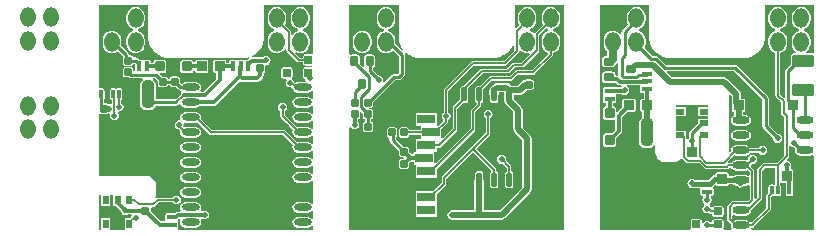
<source format=gbl>
G04*
G04 #@! TF.GenerationSoftware,Altium Limited,Altium Designer,19.1.5 (86)*
G04*
G04 Layer_Physical_Order=2*
G04 Layer_Color=16711680*
%FSLAX25Y25*%
%MOIN*%
G70*
G01*
G75*
%ADD11C,0.02000*%
%ADD12C,0.00500*%
%ADD13C,0.01200*%
%ADD15C,0.01000*%
%ADD16C,0.02500*%
%ADD17O,0.05118X0.06535*%
%ADD18C,0.01968*%
G04:AMPARAMS|DCode=19|XSize=23.62mil|YSize=23.62mil|CornerRadius=2.36mil|HoleSize=0mil|Usage=FLASHONLY|Rotation=180.000|XOffset=0mil|YOffset=0mil|HoleType=Round|Shape=RoundedRectangle|*
%AMROUNDEDRECTD19*
21,1,0.02362,0.01890,0,0,180.0*
21,1,0.01890,0.02362,0,0,180.0*
1,1,0.00472,-0.00945,0.00945*
1,1,0.00472,0.00945,0.00945*
1,1,0.00472,0.00945,-0.00945*
1,1,0.00472,-0.00945,-0.00945*
%
%ADD19ROUNDEDRECTD19*%
%ADD20R,0.07480X0.05512*%
%ADD21R,0.05512X0.05118*%
%ADD22R,0.05906X0.03150*%
%ADD23R,0.03740X0.03937*%
G04:AMPARAMS|DCode=24|XSize=23.62mil|YSize=23.62mil|CornerRadius=2.36mil|HoleSize=0mil|Usage=FLASHONLY|Rotation=270.000|XOffset=0mil|YOffset=0mil|HoleType=Round|Shape=RoundedRectangle|*
%AMROUNDEDRECTD24*
21,1,0.02362,0.01890,0,0,270.0*
21,1,0.01890,0.02362,0,0,270.0*
1,1,0.00472,-0.00945,-0.00945*
1,1,0.00472,-0.00945,0.00945*
1,1,0.00472,0.00945,0.00945*
1,1,0.00472,0.00945,-0.00945*
%
%ADD24ROUNDEDRECTD24*%
G04:AMPARAMS|DCode=25|XSize=47mil|YSize=19mil|CornerRadius=4.75mil|HoleSize=0mil|Usage=FLASHONLY|Rotation=90.000|XOffset=0mil|YOffset=0mil|HoleType=Round|Shape=RoundedRectangle|*
%AMROUNDEDRECTD25*
21,1,0.04700,0.00950,0,0,90.0*
21,1,0.03750,0.01900,0,0,90.0*
1,1,0.00950,0.00475,0.01875*
1,1,0.00950,0.00475,-0.01875*
1,1,0.00950,-0.00475,-0.01875*
1,1,0.00950,-0.00475,0.01875*
%
%ADD25ROUNDEDRECTD25*%
G04:AMPARAMS|DCode=26|XSize=27.56mil|YSize=35.43mil|CornerRadius=6.89mil|HoleSize=0mil|Usage=FLASHONLY|Rotation=180.000|XOffset=0mil|YOffset=0mil|HoleType=Round|Shape=RoundedRectangle|*
%AMROUNDEDRECTD26*
21,1,0.02756,0.02165,0,0,180.0*
21,1,0.01378,0.03543,0,0,180.0*
1,1,0.01378,-0.00689,0.01083*
1,1,0.01378,0.00689,0.01083*
1,1,0.01378,0.00689,-0.01083*
1,1,0.01378,-0.00689,-0.01083*
%
%ADD26ROUNDEDRECTD26*%
G04:AMPARAMS|DCode=27|XSize=16mil|YSize=35mil|CornerRadius=2.4mil|HoleSize=0mil|Usage=FLASHONLY|Rotation=270.000|XOffset=0mil|YOffset=0mil|HoleType=Round|Shape=RoundedRectangle|*
%AMROUNDEDRECTD27*
21,1,0.01600,0.03020,0,0,270.0*
21,1,0.01120,0.03500,0,0,270.0*
1,1,0.00480,-0.01510,-0.00560*
1,1,0.00480,-0.01510,0.00560*
1,1,0.00480,0.01510,0.00560*
1,1,0.00480,0.01510,-0.00560*
%
%ADD27ROUNDEDRECTD27*%
G04:AMPARAMS|DCode=28|XSize=27.56mil|YSize=27.56mil|CornerRadius=4.13mil|HoleSize=0mil|Usage=FLASHONLY|Rotation=180.000|XOffset=0mil|YOffset=0mil|HoleType=Round|Shape=RoundedRectangle|*
%AMROUNDEDRECTD28*
21,1,0.02756,0.01929,0,0,180.0*
21,1,0.01929,0.02756,0,0,180.0*
1,1,0.00827,-0.00965,0.00965*
1,1,0.00827,0.00965,0.00965*
1,1,0.00827,0.00965,-0.00965*
1,1,0.00827,-0.00965,-0.00965*
%
%ADD28ROUNDEDRECTD28*%
G04:AMPARAMS|DCode=29|XSize=29.53mil|YSize=11.81mil|CornerRadius=2.95mil|HoleSize=0mil|Usage=FLASHONLY|Rotation=270.000|XOffset=0mil|YOffset=0mil|HoleType=Round|Shape=RoundedRectangle|*
%AMROUNDEDRECTD29*
21,1,0.02953,0.00591,0,0,270.0*
21,1,0.02362,0.01181,0,0,270.0*
1,1,0.00591,-0.00295,-0.01181*
1,1,0.00591,-0.00295,0.01181*
1,1,0.00591,0.00295,0.01181*
1,1,0.00591,0.00295,-0.01181*
%
%ADD29ROUNDEDRECTD29*%
G04:AMPARAMS|DCode=30|XSize=57.09mil|YSize=68.9mil|CornerRadius=5.71mil|HoleSize=0mil|Usage=FLASHONLY|Rotation=180.000|XOffset=0mil|YOffset=0mil|HoleType=Round|Shape=RoundedRectangle|*
%AMROUNDEDRECTD30*
21,1,0.05709,0.05748,0,0,180.0*
21,1,0.04567,0.06890,0,0,180.0*
1,1,0.01142,-0.02284,0.02874*
1,1,0.01142,0.02284,0.02874*
1,1,0.01142,0.02284,-0.02874*
1,1,0.01142,-0.02284,-0.02874*
%
%ADD30ROUNDEDRECTD30*%
G04:AMPARAMS|DCode=31|XSize=43.31mil|YSize=94.49mil|CornerRadius=17.32mil|HoleSize=0mil|Usage=FLASHONLY|Rotation=0.000|XOffset=0mil|YOffset=0mil|HoleType=Round|Shape=RoundedRectangle|*
%AMROUNDEDRECTD31*
21,1,0.04331,0.05984,0,0,0.0*
21,1,0.00866,0.09449,0,0,0.0*
1,1,0.03465,0.00433,-0.02992*
1,1,0.03465,-0.00433,-0.02992*
1,1,0.03465,-0.00433,0.02992*
1,1,0.03465,0.00433,0.02992*
%
%ADD31ROUNDEDRECTD31*%
G04:AMPARAMS|DCode=32|XSize=16mil|YSize=35mil|CornerRadius=2.4mil|HoleSize=0mil|Usage=FLASHONLY|Rotation=0.000|XOffset=0mil|YOffset=0mil|HoleType=Round|Shape=RoundedRectangle|*
%AMROUNDEDRECTD32*
21,1,0.01600,0.03020,0,0,0.0*
21,1,0.01120,0.03500,0,0,0.0*
1,1,0.00480,0.00560,-0.01510*
1,1,0.00480,-0.00560,-0.01510*
1,1,0.00480,-0.00560,0.01510*
1,1,0.00480,0.00560,0.01510*
%
%ADD32ROUNDEDRECTD32*%
%ADD33R,0.01968X0.03150*%
G04:AMPARAMS|DCode=34|XSize=35mil|YSize=35mil|CornerRadius=4.38mil|HoleSize=0mil|Usage=FLASHONLY|Rotation=0.000|XOffset=0mil|YOffset=0mil|HoleType=Round|Shape=RoundedRectangle|*
%AMROUNDEDRECTD34*
21,1,0.03500,0.02625,0,0,0.0*
21,1,0.02625,0.03500,0,0,0.0*
1,1,0.00875,0.01313,-0.01313*
1,1,0.00875,-0.01313,-0.01313*
1,1,0.00875,-0.01313,0.01313*
1,1,0.00875,0.01313,0.01313*
%
%ADD34ROUNDEDRECTD34*%
G04:AMPARAMS|DCode=35|XSize=35.43mil|YSize=31.5mil|CornerRadius=3.94mil|HoleSize=0mil|Usage=FLASHONLY|Rotation=180.000|XOffset=0mil|YOffset=0mil|HoleType=Round|Shape=RoundedRectangle|*
%AMROUNDEDRECTD35*
21,1,0.03543,0.02362,0,0,180.0*
21,1,0.02756,0.03150,0,0,180.0*
1,1,0.00787,-0.01378,0.01181*
1,1,0.00787,0.01378,0.01181*
1,1,0.00787,0.01378,-0.01181*
1,1,0.00787,-0.01378,-0.01181*
%
%ADD35ROUNDEDRECTD35*%
%ADD36O,0.05906X0.02362*%
G04:AMPARAMS|DCode=37|XSize=35mil|YSize=35mil|CornerRadius=3.5mil|HoleSize=0mil|Usage=FLASHONLY|Rotation=180.000|XOffset=0mil|YOffset=0mil|HoleType=Round|Shape=RoundedRectangle|*
%AMROUNDEDRECTD37*
21,1,0.03500,0.02800,0,0,180.0*
21,1,0.02800,0.03500,0,0,180.0*
1,1,0.00700,-0.01400,0.01400*
1,1,0.00700,0.01400,0.01400*
1,1,0.00700,0.01400,-0.01400*
1,1,0.00700,-0.01400,-0.01400*
%
%ADD37ROUNDEDRECTD37*%
G04:AMPARAMS|DCode=38|XSize=35mil|YSize=35mil|CornerRadius=3.5mil|HoleSize=0mil|Usage=FLASHONLY|Rotation=270.000|XOffset=0mil|YOffset=0mil|HoleType=Round|Shape=RoundedRectangle|*
%AMROUNDEDRECTD38*
21,1,0.03500,0.02800,0,0,270.0*
21,1,0.02800,0.03500,0,0,270.0*
1,1,0.00700,-0.01400,-0.01400*
1,1,0.00700,-0.01400,0.01400*
1,1,0.00700,0.01400,0.01400*
1,1,0.00700,0.01400,-0.01400*
%
%ADD38ROUNDEDRECTD38*%
G04:AMPARAMS|DCode=39|XSize=57.09mil|YSize=68.9mil|CornerRadius=2.85mil|HoleSize=0mil|Usage=FLASHONLY|Rotation=0.000|XOffset=0mil|YOffset=0mil|HoleType=Round|Shape=RoundedRectangle|*
%AMROUNDEDRECTD39*
21,1,0.05709,0.06319,0,0,0.0*
21,1,0.05138,0.06890,0,0,0.0*
1,1,0.00571,0.02569,-0.03159*
1,1,0.00571,-0.02569,-0.03159*
1,1,0.00571,-0.02569,0.03159*
1,1,0.00571,0.02569,0.03159*
%
%ADD39ROUNDEDRECTD39*%
G04:AMPARAMS|DCode=40|XSize=39.37mil|YSize=70.87mil|CornerRadius=4.92mil|HoleSize=0mil|Usage=FLASHONLY|Rotation=270.000|XOffset=0mil|YOffset=0mil|HoleType=Round|Shape=RoundedRectangle|*
%AMROUNDEDRECTD40*
21,1,0.03937,0.06102,0,0,270.0*
21,1,0.02953,0.07087,0,0,270.0*
1,1,0.00984,-0.03051,-0.01476*
1,1,0.00984,-0.03051,0.01476*
1,1,0.00984,0.03051,0.01476*
1,1,0.00984,0.03051,-0.01476*
%
%ADD40ROUNDEDRECTD40*%
G04:AMPARAMS|DCode=41|XSize=27.56mil|YSize=35.43mil|CornerRadius=6.89mil|HoleSize=0mil|Usage=FLASHONLY|Rotation=270.000|XOffset=0mil|YOffset=0mil|HoleType=Round|Shape=RoundedRectangle|*
%AMROUNDEDRECTD41*
21,1,0.02756,0.02165,0,0,270.0*
21,1,0.01378,0.03543,0,0,270.0*
1,1,0.01378,-0.01083,-0.00689*
1,1,0.01378,-0.01083,0.00689*
1,1,0.01378,0.01083,0.00689*
1,1,0.01378,0.01083,-0.00689*
%
%ADD41ROUNDEDRECTD41*%
G04:AMPARAMS|DCode=42|XSize=35.43mil|YSize=31.5mil|CornerRadius=3.94mil|HoleSize=0mil|Usage=FLASHONLY|Rotation=90.000|XOffset=0mil|YOffset=0mil|HoleType=Round|Shape=RoundedRectangle|*
%AMROUNDEDRECTD42*
21,1,0.03543,0.02362,0,0,90.0*
21,1,0.02756,0.03150,0,0,90.0*
1,1,0.00787,0.01181,0.01378*
1,1,0.00787,0.01181,-0.01378*
1,1,0.00787,-0.01181,-0.01378*
1,1,0.00787,-0.01181,0.01378*
%
%ADD42ROUNDEDRECTD42*%
%ADD43O,0.05709X0.02362*%
%ADD44R,0.03150X0.01968*%
%ADD45C,0.01500*%
G36*
X130874Y80765D02*
Y70164D01*
X130879Y70139D01*
X130875Y70113D01*
X130904Y69541D01*
X130922Y69468D01*
X130922Y69392D01*
X131146Y68269D01*
X131184Y68176D01*
X131204Y68078D01*
X131642Y67020D01*
X131698Y66936D01*
X131736Y66844D01*
X132250Y66074D01*
X131862Y65755D01*
X129754Y67863D01*
X129756Y67879D01*
Y69296D01*
X129651Y70095D01*
X129343Y70839D01*
X128853Y71478D01*
X128214Y71968D01*
X127470Y72277D01*
Y72773D01*
X128214Y73081D01*
X128853Y73571D01*
X129343Y74210D01*
X129651Y74954D01*
X129756Y75753D01*
Y77170D01*
X129651Y77969D01*
X129343Y78713D01*
X128853Y79352D01*
X128214Y79842D01*
X127470Y80151D01*
X126671Y80256D01*
X125873Y80151D01*
X125128Y79842D01*
X124489Y79352D01*
X123999Y78713D01*
X123691Y77969D01*
X123586Y77170D01*
Y75753D01*
X123691Y74954D01*
X123999Y74210D01*
X124489Y73571D01*
X125128Y73081D01*
X125873Y72773D01*
Y72277D01*
X125128Y71968D01*
X124489Y71478D01*
X123999Y70839D01*
X123691Y70095D01*
X123586Y69296D01*
Y67879D01*
X123691Y67080D01*
X123999Y66336D01*
X124489Y65697D01*
X125128Y65207D01*
X125873Y64899D01*
X126671Y64793D01*
X127470Y64899D01*
X128214Y65207D01*
X128853Y65697D01*
X129025Y65708D01*
X130909Y63825D01*
Y58329D01*
X130499Y57920D01*
X129247D01*
X128857Y57842D01*
X128526Y57621D01*
X126055Y55150D01*
X125637Y55439D01*
X125729Y55900D01*
X125614Y56479D01*
X125286Y56970D01*
X124795Y57298D01*
X124216Y57413D01*
X124156Y57401D01*
X122294Y59263D01*
Y59911D01*
X122428Y59937D01*
X122821Y60200D01*
X123084Y60593D01*
X123176Y61057D01*
Y63223D01*
X123084Y63687D01*
X122821Y64080D01*
X122428Y64343D01*
X121964Y64435D01*
X120586D01*
X120122Y64343D01*
X119729Y64080D01*
X119466Y63687D01*
X119374Y63223D01*
Y61057D01*
X119466Y60593D01*
X119480Y60572D01*
X119092Y60253D01*
X118058Y61287D01*
Y63223D01*
X117966Y63687D01*
X117703Y64080D01*
X117310Y64343D01*
X116846Y64435D01*
X115468D01*
X115004Y64343D01*
X114997Y64338D01*
X114497Y64605D01*
Y80765D01*
X130874Y80765D01*
D02*
G37*
G36*
X47397Y70164D02*
X47402Y70139D01*
X47398Y70114D01*
X47427Y69541D01*
X47445Y69468D01*
X47445Y69392D01*
X47668Y68269D01*
X47707Y68176D01*
X47727Y68078D01*
X48165Y67020D01*
X48221Y66937D01*
X48259Y66844D01*
X48895Y65892D01*
X48966Y65821D01*
X49022Y65737D01*
X49832Y64928D01*
X49915Y64872D01*
X49986Y64801D01*
X50938Y64165D01*
X51031Y64126D01*
X51115Y64070D01*
X52172Y63632D01*
X52271Y63612D01*
X52364Y63574D01*
X53487Y63350D01*
X53562Y63350D01*
X53636Y63332D01*
X54208Y63304D01*
X54233Y63308D01*
X54258Y63303D01*
X79219D01*
X79244Y63308D01*
X79269Y63304D01*
X79842Y63332D01*
X79915Y63350D01*
X79991Y63350D01*
X80904Y63532D01*
X81132Y63068D01*
X80728Y62665D01*
X80279D01*
X79990Y62607D01*
X79745Y62444D01*
X79332D01*
X79087Y62607D01*
X78799Y62665D01*
X77679D01*
X77390Y62607D01*
X77145Y62444D01*
X76732D01*
X76487Y62607D01*
X76199Y62665D01*
X75079D01*
X74790Y62607D01*
X74545Y62444D01*
X74382Y62199D01*
X74324Y61910D01*
Y61522D01*
X73507D01*
Y61712D01*
X73434Y62078D01*
X73227Y62388D01*
X72917Y62596D01*
X72551Y62668D01*
X69926D01*
X69560Y62596D01*
X69250Y62388D01*
X69043Y62078D01*
X68970Y61712D01*
Y59088D01*
X69043Y58722D01*
X69250Y58412D01*
X69560Y58204D01*
X69926Y58132D01*
X70117D01*
Y56365D01*
X65774Y52022D01*
X65012D01*
X64744Y52522D01*
X64893Y52744D01*
X65023Y53400D01*
X64893Y54056D01*
X64521Y54612D01*
X63965Y54984D01*
X63310Y55114D01*
X59766D01*
X59110Y54984D01*
X58656Y54680D01*
X58369D01*
X57934Y55115D01*
Y56313D01*
X57877Y56601D01*
X57714Y56844D01*
X57471Y57007D01*
X57183Y57064D01*
X55294D01*
X55006Y57007D01*
X54763Y56844D01*
X54600Y56601D01*
X54553Y56363D01*
X53914D01*
X53877Y56551D01*
X53714Y56794D01*
X53471Y56957D01*
X53184Y57014D01*
X51985D01*
X51191Y57808D01*
X51398Y58308D01*
X52589D01*
X52938Y58377D01*
X53233Y58575D01*
X53431Y58870D01*
X53500Y59219D01*
Y61581D01*
X53431Y61930D01*
X53233Y62225D01*
X52938Y62423D01*
X52589Y62492D01*
X49833D01*
X49484Y62423D01*
X49189Y62225D01*
X48991Y61930D01*
X48922Y61581D01*
Y61522D01*
X48353D01*
Y61910D01*
X48296Y62199D01*
X48132Y62444D01*
X47887Y62607D01*
X47599Y62665D01*
X46479D01*
X46190Y62607D01*
X45945Y62444D01*
X45532D01*
X45287Y62607D01*
X44999Y62665D01*
X44566D01*
X44141Y63090D01*
X43810Y63310D01*
X43420Y63388D01*
X42419D01*
X42377Y63601D01*
X42214Y63844D01*
X41971Y64007D01*
X41684Y64064D01*
X41109D01*
Y64224D01*
X41031Y64614D01*
X40810Y64945D01*
X38344Y67411D01*
X38405Y67879D01*
Y69296D01*
X38300Y70095D01*
X37992Y70839D01*
X37502Y71478D01*
X36863Y71968D01*
X36119Y72277D01*
X35320Y72382D01*
X34521Y72277D01*
X33777Y71968D01*
X33138Y71478D01*
X32648Y70839D01*
X32340Y70095D01*
X32234Y69296D01*
Y67879D01*
X32340Y67080D01*
X32648Y66336D01*
X33138Y65697D01*
X33777Y65207D01*
X34521Y64899D01*
X35320Y64793D01*
X36119Y64899D01*
X36863Y65207D01*
X37316Y65555D01*
X39069Y63802D01*
Y63446D01*
X39043Y63313D01*
Y61424D01*
X39100Y61136D01*
X39263Y60893D01*
X39507Y60730D01*
X39794Y60673D01*
X41684D01*
X41971Y60730D01*
X42214Y60893D01*
X42377Y61136D01*
X42419Y61349D01*
X42998D01*
X43124Y61223D01*
Y59118D01*
X42678Y58759D01*
X42434Y58848D01*
Y59376D01*
X42377Y59664D01*
X42214Y59907D01*
X41971Y60070D01*
X41684Y60127D01*
X39794D01*
X39507Y60070D01*
X39263Y59907D01*
X39100Y59664D01*
X39043Y59376D01*
Y57487D01*
X39100Y57199D01*
X39263Y56956D01*
X39507Y56793D01*
X39794Y56736D01*
X40992D01*
X41035Y56693D01*
X41366Y56472D01*
X41756Y56394D01*
X45482D01*
X45634Y55894D01*
X45285Y55662D01*
X44792Y54923D01*
X44619Y54052D01*
Y48068D01*
X44792Y47197D01*
X45285Y46459D01*
X46024Y45965D01*
X46895Y45792D01*
X47761D01*
X48632Y45965D01*
X49370Y46459D01*
X49864Y47197D01*
X49900Y47380D01*
X56739D01*
X57129Y47458D01*
X57460Y47679D01*
X57634Y47940D01*
X57918Y47948D01*
X58154Y47887D01*
X58183Y47744D01*
X58554Y47188D01*
X59110Y46816D01*
X59766Y46686D01*
X63310D01*
X63965Y46816D01*
X64521Y47188D01*
X64582Y47278D01*
X69336D01*
X69336Y47278D01*
X69765Y47364D01*
X70129Y47607D01*
X78057Y55535D01*
X78312Y55364D01*
X78742Y55278D01*
X78742Y55278D01*
X83739D01*
X83739Y55278D01*
X84168Y55364D01*
X84532Y55607D01*
X85532Y56607D01*
X85532Y56607D01*
X85775Y56971D01*
X85860Y57400D01*
Y58233D01*
X86002Y58262D01*
X86246Y58424D01*
X86409Y58668D01*
X86466Y58955D01*
Y60431D01*
X86739Y60887D01*
X87318Y61002D01*
X87809Y61330D01*
X88137Y61821D01*
X88252Y62400D01*
X88137Y62979D01*
X87809Y63470D01*
X87318Y63798D01*
X86739Y63913D01*
X86159Y63798D01*
X85708Y63497D01*
X82284D01*
X82185Y63997D01*
X82363Y64070D01*
X82446Y64126D01*
X82539Y64165D01*
X83491Y64801D01*
X83562Y64872D01*
X83645Y64928D01*
X84455Y65737D01*
X84511Y65821D01*
X84582Y65892D01*
X85218Y66844D01*
X85257Y66937D01*
X85312Y67020D01*
X85751Y68078D01*
X85770Y68177D01*
X85809Y68269D01*
X86032Y69392D01*
X86032Y69468D01*
X86051Y69541D01*
X86079Y70114D01*
X86075Y70139D01*
X86080Y70164D01*
X86080Y80765D01*
X102458Y80765D01*
Y64748D01*
X101958Y64431D01*
X101806Y64461D01*
X99876D01*
X99520Y64390D01*
X99218Y64188D01*
X99016Y63886D01*
X98945Y63530D01*
Y63330D01*
X97890D01*
X96514Y64706D01*
X96797Y65130D01*
X97356Y64899D01*
X98155Y64793D01*
X98953Y64899D01*
X99697Y65207D01*
X100336Y65697D01*
X100827Y66336D01*
X101135Y67080D01*
X101240Y67879D01*
Y69296D01*
X101135Y70095D01*
X100827Y70839D01*
X100336Y71478D01*
X99697Y71968D01*
X98953Y72277D01*
Y72773D01*
X99697Y73081D01*
X100336Y73571D01*
X100827Y74210D01*
X101135Y74954D01*
X101240Y75753D01*
Y77170D01*
X101135Y77969D01*
X100827Y78713D01*
X100336Y79352D01*
X99697Y79842D01*
X98953Y80151D01*
X98155Y80256D01*
X97356Y80151D01*
X96612Y79842D01*
X95973Y79352D01*
X95482Y78713D01*
X95174Y77969D01*
X95069Y77170D01*
Y75753D01*
X95174Y74954D01*
X95482Y74210D01*
X95973Y73571D01*
X96612Y73081D01*
X97356Y72773D01*
Y72277D01*
X96612Y71968D01*
X95973Y71478D01*
X95503Y70866D01*
X95451Y70863D01*
X95003Y71089D01*
Y71900D01*
X95003Y71900D01*
X94945Y72193D01*
X94779Y72441D01*
X94779Y72441D01*
X92969Y74251D01*
X93261Y74954D01*
X93366Y75753D01*
Y77170D01*
X93261Y77969D01*
X92953Y78713D01*
X92462Y79352D01*
X91823Y79842D01*
X91079Y80151D01*
X90281Y80256D01*
X89482Y80151D01*
X88738Y79842D01*
X88099Y79352D01*
X87608Y78713D01*
X87300Y77969D01*
X87195Y77170D01*
Y75753D01*
X87300Y74954D01*
X87608Y74210D01*
X88099Y73571D01*
X88738Y73081D01*
X89482Y72773D01*
Y72277D01*
X88738Y71968D01*
X88099Y71478D01*
X87608Y70839D01*
X87300Y70095D01*
X87195Y69296D01*
Y67879D01*
X87300Y67080D01*
X87608Y66336D01*
X88099Y65697D01*
X88738Y65207D01*
X89482Y64899D01*
X90281Y64793D01*
X91079Y64899D01*
X91823Y65207D01*
X92462Y65697D01*
X92953Y66336D01*
X92974Y66388D01*
X93474Y66288D01*
Y65900D01*
X93532Y65607D01*
X93698Y65359D01*
X97032Y62025D01*
X97281Y61859D01*
X97573Y61801D01*
X98945D01*
Y61601D01*
X99016Y61244D01*
X99218Y60942D01*
X99520Y60740D01*
X99876Y60669D01*
X101805D01*
X101920Y60439D01*
X101544Y60131D01*
X99876D01*
X99520Y60060D01*
X99218Y59858D01*
X99016Y59556D01*
X98945Y59199D01*
Y57270D01*
X99016Y56914D01*
X99218Y56612D01*
X99520Y56410D01*
X99732Y56368D01*
X99840Y55821D01*
X99979Y55614D01*
X99711Y55114D01*
X97168D01*
X96512Y54984D01*
X96162Y55351D01*
X96137Y55479D01*
X95809Y55970D01*
X95504Y56174D01*
X95340Y56468D01*
X95382Y56795D01*
X95461Y56914D01*
X95532Y57270D01*
Y59199D01*
X95461Y59556D01*
X95259Y59858D01*
X94957Y60060D01*
X94601Y60131D01*
X92672D01*
X92315Y60060D01*
X92013Y59858D01*
X91811Y59556D01*
X91740Y59199D01*
Y57270D01*
X91811Y56914D01*
X92013Y56612D01*
X92315Y56410D01*
X92672Y56339D01*
X93359D01*
X93414Y56274D01*
X93581Y55839D01*
X93340Y55479D01*
X93225Y54900D01*
X93340Y54321D01*
X93669Y53830D01*
X94160Y53502D01*
X94739Y53387D01*
X94976Y53434D01*
X94996Y53433D01*
X95514Y53082D01*
X95519Y53071D01*
X95584Y52744D01*
X95956Y52188D01*
X96512Y51816D01*
X97168Y51686D01*
X100711D01*
X101367Y51816D01*
X101923Y52188D01*
X101958Y52240D01*
X102458Y52088D01*
Y49712D01*
X101958Y49560D01*
X101923Y49612D01*
X101367Y49984D01*
X100711Y50114D01*
X97168D01*
X96512Y49984D01*
X95956Y49612D01*
X95584Y49056D01*
X95454Y48400D01*
X95584Y47744D01*
X95956Y47188D01*
X96512Y46816D01*
X97168Y46686D01*
X100711D01*
X101367Y46816D01*
X101923Y47188D01*
X101958Y47240D01*
X102458Y47088D01*
Y44712D01*
X101958Y44560D01*
X101923Y44612D01*
X101367Y44984D01*
X100711Y45114D01*
X97168D01*
X96512Y44984D01*
X95956Y44612D01*
X95584Y44056D01*
X95454Y43400D01*
X95584Y42744D01*
X95956Y42188D01*
X96512Y41816D01*
X97168Y41686D01*
X100711D01*
X101367Y41816D01*
X101923Y42188D01*
X101958Y42240D01*
X102458Y42088D01*
Y39712D01*
X101958Y39560D01*
X101923Y39612D01*
X101367Y39984D01*
X100711Y40114D01*
X97168D01*
X97124Y40105D01*
X93003Y44227D01*
Y45612D01*
X93309Y45817D01*
X93637Y46308D01*
X93752Y46887D01*
X93637Y47466D01*
X93309Y47957D01*
X92818Y48285D01*
X92239Y48400D01*
X91659Y48285D01*
X91168Y47957D01*
X90841Y47466D01*
X90725Y46887D01*
X90841Y46308D01*
X91168Y45817D01*
X91474Y45612D01*
Y43910D01*
X91532Y43617D01*
X91698Y43369D01*
X95755Y39312D01*
X95584Y39056D01*
X95454Y38400D01*
X95584Y37744D01*
X95956Y37188D01*
X96512Y36816D01*
X97168Y36686D01*
X100711D01*
X101367Y36816D01*
X101923Y37188D01*
X101958Y37240D01*
X102458Y37088D01*
Y34712D01*
X101958Y34560D01*
X101923Y34612D01*
X101367Y34984D01*
X100711Y35114D01*
X97168D01*
X97150Y35111D01*
X93320Y38941D01*
X93072Y39107D01*
X92779Y39165D01*
X68637D01*
X64920Y42881D01*
X65023Y43400D01*
X64893Y44056D01*
X64521Y44612D01*
X63965Y44984D01*
X63310Y45114D01*
X59766D01*
X59110Y44984D01*
X58554Y44612D01*
X58183Y44056D01*
X58052Y43400D01*
X58164Y42839D01*
X57969Y42545D01*
X57812Y42399D01*
X57739Y42413D01*
X57160Y42298D01*
X56669Y41970D01*
X56340Y41479D01*
X56225Y40900D01*
X56340Y40321D01*
X56669Y39830D01*
X57160Y39502D01*
X57671Y39400D01*
X58155Y38916D01*
X58052Y38400D01*
X58183Y37744D01*
X58554Y37188D01*
X59110Y36816D01*
X59766Y36686D01*
X63310D01*
X63965Y36816D01*
X64521Y37188D01*
X64893Y37744D01*
X65023Y38400D01*
X64893Y39056D01*
X64521Y39612D01*
X63965Y39984D01*
X63310Y40114D01*
X59766D01*
X59558Y40073D01*
X59479Y40119D01*
X59174Y40506D01*
X59252Y40900D01*
X59174Y41294D01*
X59479Y41680D01*
X59558Y41727D01*
X59766Y41686D01*
X63310D01*
X63846Y41793D01*
X67779Y37859D01*
X68027Y37694D01*
X68320Y37635D01*
X68320Y37635D01*
X92462D01*
X95767Y34330D01*
X95584Y34056D01*
X95454Y33400D01*
X95584Y32744D01*
X95956Y32188D01*
X96512Y31816D01*
X97168Y31686D01*
X100711D01*
X101367Y31816D01*
X101923Y32188D01*
X101958Y32240D01*
X102458Y32088D01*
Y29712D01*
X101958Y29560D01*
X101923Y29612D01*
X101367Y29984D01*
X100711Y30114D01*
X97168D01*
X96512Y29984D01*
X95956Y29612D01*
X95584Y29056D01*
X95454Y28400D01*
X95584Y27744D01*
X95956Y27188D01*
X96512Y26816D01*
X97168Y26686D01*
X100711D01*
X101367Y26816D01*
X101923Y27188D01*
X101958Y27240D01*
X102458Y27088D01*
Y24712D01*
X101958Y24560D01*
X101923Y24612D01*
X101367Y24984D01*
X100711Y25114D01*
X97168D01*
X96512Y24984D01*
X95956Y24612D01*
X95584Y24056D01*
X95454Y23400D01*
X95584Y22744D01*
X95956Y22188D01*
X96512Y21816D01*
X97168Y21686D01*
X100711D01*
X101367Y21816D01*
X101923Y22188D01*
X101958Y22240D01*
X102458Y22088D01*
Y14712D01*
X101958Y14560D01*
X101923Y14612D01*
X101367Y14984D01*
X100711Y15114D01*
X97168D01*
X96512Y14984D01*
X95956Y14612D01*
X95584Y14056D01*
X95454Y13400D01*
X95584Y12744D01*
X95956Y12188D01*
X96512Y11817D01*
X97168Y11686D01*
X100711D01*
X101367Y11817D01*
X101923Y12188D01*
X101958Y12240D01*
X102458Y12088D01*
Y9712D01*
X101958Y9560D01*
X101923Y9612D01*
X101367Y9984D01*
X100711Y10114D01*
X97168D01*
X96512Y9984D01*
X95956Y9612D01*
X95584Y9056D01*
X95454Y8400D01*
X95584Y7744D01*
X95956Y7188D01*
X96512Y6816D01*
X97168Y6686D01*
X100711D01*
X101367Y6816D01*
X101923Y7188D01*
X101958Y7240D01*
X102458Y7088D01*
Y6020D01*
X57453Y6019D01*
X57306Y6438D01*
X57291Y6520D01*
X57446Y6751D01*
X57503Y7040D01*
Y8160D01*
X57446Y8449D01*
X57282Y8693D01*
Y9106D01*
X57446Y9351D01*
X57488Y9563D01*
X57609Y9684D01*
X58043Y9642D01*
X58271Y9188D01*
X58183Y9056D01*
X58052Y8400D01*
X58183Y7744D01*
X58554Y7188D01*
X59110Y6816D01*
X59766Y6686D01*
X63310D01*
X63965Y6816D01*
X64521Y7188D01*
X64893Y7744D01*
X65023Y8400D01*
X64893Y9056D01*
X65143Y9568D01*
X65462Y9634D01*
X65659Y9502D01*
X66239Y9387D01*
X66818Y9502D01*
X67309Y9830D01*
X67637Y10321D01*
X67752Y10900D01*
X67637Y11479D01*
X67309Y11970D01*
X66818Y12298D01*
X66239Y12413D01*
X65659Y12298D01*
X65462Y12166D01*
X65143Y12232D01*
X64893Y12744D01*
X65023Y13400D01*
X64893Y14056D01*
X64521Y14612D01*
X63965Y14984D01*
X63310Y15114D01*
X59766D01*
X59110Y14984D01*
X58554Y14612D01*
X58183Y14056D01*
X58052Y13400D01*
X58183Y12744D01*
X58331Y12522D01*
X58064Y12022D01*
X57239D01*
X57239Y12022D01*
X56809Y11936D01*
X56446Y11693D01*
X56267Y11514D01*
X53729D01*
X53440Y11457D01*
X53195Y11293D01*
X53032Y11049D01*
X52974Y10760D01*
Y9640D01*
X53032Y9351D01*
X53118Y9222D01*
X52976Y8824D01*
X52897Y8722D01*
X51707D01*
X48193Y12235D01*
Y13290D01*
X48634Y13635D01*
X49041D01*
X49334Y13693D01*
X49582Y13859D01*
X50858Y15135D01*
X55564D01*
X55769Y14830D01*
X56260Y14502D01*
X56839Y14387D01*
X57418Y14502D01*
X57909Y14830D01*
X58237Y15321D01*
X58352Y15900D01*
X58237Y16479D01*
X57909Y16970D01*
X57418Y17298D01*
X56839Y17413D01*
X56260Y17298D01*
X55769Y16970D01*
X55564Y16665D01*
X50541D01*
X50249Y16607D01*
X50001Y16441D01*
X49629Y16776D01*
X49880Y17383D01*
X49909Y17530D01*
X49953Y17673D01*
X49993Y18076D01*
X49988Y18126D01*
X49997Y18176D01*
Y20762D01*
X49988Y20813D01*
X49992Y20864D01*
X49952Y21266D01*
X49909Y21409D01*
X49879Y21555D01*
X49571Y22297D01*
X49571Y22298D01*
X49571Y22298D01*
X49571Y22298D01*
X49463Y22460D01*
X49350Y22628D01*
X48781Y23197D01*
X48616Y23307D01*
X48451Y23418D01*
X47708Y23726D01*
X47562Y23755D01*
X47419Y23799D01*
X47017Y23839D01*
X46966Y23834D01*
X46915Y23844D01*
X31020Y23844D01*
X31020Y44454D01*
X31506Y44730D01*
X31520Y44728D01*
X31794Y44673D01*
X33683D01*
X33971Y44730D01*
X34075Y44800D01*
X34254D01*
X34337Y44816D01*
X34400Y44782D01*
X34722Y44383D01*
X34646Y44002D01*
X34761Y43423D01*
X35089Y42932D01*
X35580Y42604D01*
X36160Y42489D01*
X36739Y42604D01*
X37230Y42932D01*
X37558Y43423D01*
X37673Y44002D01*
X37558Y44581D01*
X37302Y44964D01*
X37497Y45366D01*
X37550Y45424D01*
X37739Y45387D01*
X38318Y45502D01*
X38809Y45830D01*
X39137Y46321D01*
X39252Y46900D01*
X39137Y47479D01*
X38809Y47970D01*
X38480Y48190D01*
Y49383D01*
X38560Y49437D01*
X38736Y49700D01*
X38798Y50010D01*
Y52372D01*
X38736Y52683D01*
X38560Y52946D01*
X38297Y53122D01*
X37987Y53183D01*
X37396D01*
X37086Y53122D01*
X37079Y53117D01*
X36707Y52986D01*
X36336Y53117D01*
X36328Y53122D01*
X36018Y53183D01*
X35428D01*
X35117Y53122D01*
X34854Y52946D01*
X34679Y52683D01*
X34617Y52372D01*
Y50010D01*
X34679Y49700D01*
X34854Y49437D01*
X35117Y49261D01*
X35240Y49237D01*
Y48030D01*
X34740Y47762D01*
X34254Y47858D01*
X34193D01*
X33971Y48007D01*
X33683Y48064D01*
X32805D01*
Y49663D01*
X32830Y49700D01*
X32892Y50010D01*
Y52372D01*
X32830Y52683D01*
X32655Y52946D01*
X32391Y53122D01*
X32081Y53183D01*
X31520D01*
X31485Y53188D01*
X31020Y53570D01*
X31020Y80765D01*
X47397D01*
X47397Y70164D01*
D02*
G37*
G36*
X269412Y65100D02*
X268912Y64776D01*
X268744Y64809D01*
X266952D01*
X266785Y65309D01*
X267291Y65697D01*
X267781Y66336D01*
X268089Y67080D01*
X268194Y67879D01*
Y69296D01*
X268089Y70095D01*
X267781Y70839D01*
X267291Y71478D01*
X266652Y71968D01*
X265908Y72277D01*
Y72773D01*
X266652Y73081D01*
X267291Y73571D01*
X267781Y74210D01*
X268089Y74954D01*
X268194Y75753D01*
Y77170D01*
X268089Y77969D01*
X267781Y78713D01*
X267291Y79352D01*
X266652Y79842D01*
X265908Y80151D01*
X265109Y80256D01*
X264310Y80151D01*
X263566Y79842D01*
X262927Y79352D01*
X262437Y78713D01*
X262129Y77969D01*
X262023Y77170D01*
Y75753D01*
X262129Y74954D01*
X262437Y74210D01*
X262927Y73571D01*
X263566Y73081D01*
X264310Y72773D01*
Y72277D01*
X263566Y71968D01*
X262927Y71478D01*
X262437Y70839D01*
X262129Y70095D01*
X262023Y69296D01*
Y67879D01*
X262129Y67080D01*
X262437Y66336D01*
X262927Y65697D01*
X263433Y65309D01*
X263265Y64809D01*
X262642D01*
X262255Y64732D01*
X261927Y64513D01*
X261707Y64185D01*
X261630Y63798D01*
Y61275D01*
X259972Y59617D01*
X259751Y59286D01*
X259673Y58896D01*
Y50010D01*
X259211Y49819D01*
X258000Y51030D01*
Y64894D01*
X258033Y64899D01*
X258778Y65207D01*
X259417Y65697D01*
X259907Y66336D01*
X260215Y67080D01*
X260320Y67879D01*
Y69296D01*
X260215Y70095D01*
X259907Y70839D01*
X259417Y71478D01*
X258778Y71968D01*
X258033Y72277D01*
Y72773D01*
X258778Y73081D01*
X259417Y73571D01*
X259907Y74210D01*
X260215Y74954D01*
X260320Y75753D01*
Y77170D01*
X260215Y77969D01*
X259907Y78713D01*
X259417Y79352D01*
X258778Y79842D01*
X258033Y80151D01*
X257235Y80256D01*
X256436Y80151D01*
X255692Y79842D01*
X255053Y79352D01*
X254563Y78713D01*
X254255Y77969D01*
X254149Y77170D01*
Y75753D01*
X254255Y74954D01*
X254563Y74210D01*
X255053Y73571D01*
X255692Y73081D01*
X256436Y72773D01*
Y72277D01*
X255692Y71968D01*
X255053Y71478D01*
X254563Y70839D01*
X254255Y70095D01*
X254149Y69296D01*
Y67879D01*
X254255Y67080D01*
X254563Y66336D01*
X255053Y65697D01*
X255692Y65207D01*
X256436Y64899D01*
X256470Y64894D01*
Y50714D01*
X256528Y50421D01*
X256694Y50173D01*
X258428Y48439D01*
Y44900D01*
X258487Y44607D01*
X258652Y44359D01*
X259428Y43583D01*
Y30717D01*
X256876Y28165D01*
X252693D01*
X252400Y28106D01*
X252152Y27941D01*
X250652Y26441D01*
X250486Y26193D01*
X250428Y25900D01*
Y16717D01*
X249958Y16246D01*
X249458Y16453D01*
Y25400D01*
X249458Y25400D01*
X249399Y25693D01*
X249234Y25941D01*
X248256Y26918D01*
X248352Y27400D01*
X248323Y27543D01*
X248705Y27924D01*
X248894Y27887D01*
X249473Y28002D01*
X249964Y28330D01*
X250292Y28821D01*
X250407Y29400D01*
X250292Y29979D01*
X249964Y30470D01*
X249473Y30798D01*
X248894Y30913D01*
X248315Y30798D01*
X247824Y30470D01*
X247496Y29979D01*
X247388Y29436D01*
X247380Y29400D01*
X246939Y29054D01*
X246638Y29114D01*
X243291D01*
X242635Y28984D01*
X242079Y28612D01*
X241780Y28165D01*
X240845D01*
X240636Y28554D01*
X240622Y28650D01*
X242764Y30791D01*
X243291Y30686D01*
X246638D01*
X247294Y30816D01*
X247850Y31188D01*
X248149Y31635D01*
X250919D01*
X251123Y31330D01*
X251614Y31002D01*
X252193Y30887D01*
X252772Y31002D01*
X253263Y31330D01*
X253591Y31821D01*
X253706Y32400D01*
X253591Y32979D01*
X253263Y33470D01*
X252772Y33798D01*
X252193Y33913D01*
X251614Y33798D01*
X251123Y33470D01*
X250919Y33165D01*
X248149D01*
X247850Y33612D01*
X247294Y33983D01*
X246638Y34114D01*
X243291D01*
X242635Y33983D01*
X242079Y33612D01*
X241708Y33056D01*
X241577Y32400D01*
X241641Y32078D01*
X241438Y31896D01*
X241298Y31914D01*
X240938Y32120D01*
Y50751D01*
X241122Y50882D01*
X241438Y50958D01*
X241914Y50483D01*
Y48150D01*
X241926Y48086D01*
Y46000D01*
X241992Y45668D01*
X242180Y45387D01*
X242461Y45199D01*
X242664Y45159D01*
Y43989D01*
X242635Y43984D01*
X242079Y43612D01*
X241708Y43056D01*
X241577Y42400D01*
X241708Y41744D01*
X242079Y41188D01*
X242635Y40816D01*
X243291Y40686D01*
X246638D01*
X247294Y40816D01*
X247850Y41188D01*
X248221Y41744D01*
X248352Y42400D01*
X248221Y43056D01*
X247850Y43612D01*
X247294Y43984D01*
X246638Y44114D01*
X245722D01*
Y45159D01*
X245925Y45199D01*
X246206Y45387D01*
X246394Y45668D01*
X246460Y46000D01*
Y48800D01*
X246394Y49132D01*
X246206Y49413D01*
X245925Y49601D01*
X245593Y49667D01*
X244972D01*
Y51116D01*
X244856Y51702D01*
X244524Y52198D01*
X240442Y56280D01*
X239946Y56612D01*
X239361Y56728D01*
X222028D01*
X220322Y58434D01*
X220513Y58896D01*
X242755D01*
X252173Y49478D01*
Y40400D01*
X252251Y40010D01*
X252472Y39679D01*
X255692Y36459D01*
X255680Y36400D01*
X255795Y35821D01*
X256123Y35330D01*
X256614Y35002D01*
X257193Y34887D01*
X257772Y35002D01*
X258263Y35330D01*
X258591Y35821D01*
X258706Y36400D01*
X258591Y36979D01*
X258263Y37470D01*
X257772Y37798D01*
X257193Y37913D01*
X257133Y37901D01*
X254212Y40822D01*
Y49900D01*
X254135Y50290D01*
X253914Y50621D01*
X243898Y60637D01*
X243567Y60858D01*
X243177Y60935D01*
X220099D01*
X217414Y63621D01*
X217083Y63842D01*
X216693Y63920D01*
X215549D01*
X212912Y66557D01*
X213129Y67080D01*
X213234Y67879D01*
Y69296D01*
X213129Y70095D01*
X212820Y70839D01*
X212330Y71478D01*
X211691Y71968D01*
X210947Y72277D01*
Y72773D01*
X211691Y73081D01*
X212330Y73571D01*
X212820Y74210D01*
X213129Y74954D01*
X213234Y75753D01*
Y77170D01*
X213129Y77969D01*
X212820Y78713D01*
X212330Y79352D01*
X211691Y79842D01*
X210947Y80151D01*
X210148Y80256D01*
X209350Y80151D01*
X208606Y79842D01*
X207966Y79352D01*
X207476Y78713D01*
X207168Y77969D01*
X207063Y77170D01*
Y75753D01*
X207168Y74954D01*
X207385Y74431D01*
X205472Y72519D01*
X205251Y72188D01*
X205173Y71798D01*
Y71364D01*
X204673Y71195D01*
X204456Y71478D01*
X203817Y71968D01*
X203073Y72277D01*
X202274Y72382D01*
X201476Y72277D01*
X200731Y71968D01*
X200093Y71478D01*
X199602Y70839D01*
X199294Y70095D01*
X199189Y69296D01*
Y67879D01*
X199294Y67080D01*
X199602Y66336D01*
X200093Y65697D01*
X200490Y65392D01*
Y63860D01*
X199870D01*
X199406Y63768D01*
X199013Y63505D01*
X198750Y63112D01*
X198658Y62648D01*
Y61270D01*
X198750Y60806D01*
X199013Y60413D01*
X199406Y60150D01*
X199870Y60058D01*
X202035D01*
X202499Y60150D01*
X202893Y60413D01*
X203155Y60806D01*
X203248Y61270D01*
Y61337D01*
X203536Y61625D01*
X203673Y61831D01*
X204173Y61679D01*
Y57657D01*
X203870Y57323D01*
X203740Y57254D01*
X203248Y57401D01*
Y57530D01*
X203155Y57994D01*
X202893Y58387D01*
X202499Y58650D01*
X202035Y58742D01*
X199870D01*
X199406Y58650D01*
X199013Y58387D01*
X198750Y57994D01*
X198658Y57530D01*
Y56152D01*
X198750Y55688D01*
X199013Y55295D01*
X199406Y55032D01*
X199870Y54940D01*
X202035D01*
X202320Y54996D01*
X203248D01*
X203737Y54507D01*
X203737Y54507D01*
X204101Y54264D01*
X204530Y54178D01*
X205129D01*
X205296Y53684D01*
X205048Y53421D01*
X203045D01*
X202992Y53457D01*
X202703Y53514D01*
X199683D01*
X199394Y53457D01*
X199149Y53294D01*
X198986Y53049D01*
X198928Y52760D01*
Y51640D01*
X198986Y51351D01*
X199149Y51107D01*
Y50694D01*
X198986Y50449D01*
X198928Y50160D01*
Y49040D01*
X198986Y48751D01*
X199149Y48507D01*
X199394Y48343D01*
X199683Y48285D01*
X200071D01*
Y47217D01*
X200012D01*
X199663Y47147D01*
X199367Y46950D01*
X199170Y46654D01*
X199101Y46306D01*
Y43550D01*
X199170Y43201D01*
X199367Y42905D01*
X199663Y42708D01*
X200012Y42638D01*
X202374D01*
X202571Y42678D01*
X202974Y42442D01*
X203071Y42339D01*
Y39337D01*
X201896Y38162D01*
X200012D01*
X199663Y38092D01*
X199367Y37895D01*
X199170Y37599D01*
X199101Y37250D01*
Y34495D01*
X199170Y34146D01*
X199367Y33850D01*
X199663Y33653D01*
X200012Y33583D01*
X202374D01*
X202723Y33653D01*
X203018Y33850D01*
X203216Y34146D01*
X203285Y34495D01*
Y36379D01*
X204986Y38079D01*
X205229Y38443D01*
X205314Y38872D01*
X205314Y38873D01*
Y43435D01*
X207011Y45132D01*
X209005D01*
X209371Y45204D01*
X209681Y45412D01*
X209889Y45722D01*
X209961Y46088D01*
Y48713D01*
X209889Y49078D01*
X209681Y49388D01*
X209371Y49596D01*
X209005Y49668D01*
X206380D01*
X206015Y49596D01*
X205704Y49388D01*
X205497Y49078D01*
X205425Y48713D01*
Y46718D01*
X203785Y45078D01*
X203285Y45285D01*
Y46306D01*
X203216Y46654D01*
X203018Y46950D01*
X202723Y47147D01*
X202374Y47217D01*
X202314D01*
Y48285D01*
X202703D01*
X202992Y48343D01*
X203236Y48507D01*
X203400Y48751D01*
X203457Y49040D01*
Y50160D01*
X203400Y50449D01*
X203236Y50694D01*
Y50751D01*
X203416Y51178D01*
X205349D01*
X205614Y51002D01*
X206193Y50887D01*
X206772Y51002D01*
X207263Y51330D01*
X207591Y51821D01*
X207706Y52400D01*
X207591Y52979D01*
X207263Y53470D01*
X206951Y53678D01*
X207103Y54178D01*
X211244D01*
X211506Y53678D01*
X211486Y53649D01*
X211428Y53360D01*
Y52240D01*
X211486Y51951D01*
X211649Y51706D01*
X211894Y51543D01*
X212183Y51486D01*
X212571D01*
Y49668D01*
X212380D01*
X212015Y49596D01*
X211704Y49388D01*
X211497Y49078D01*
X211424Y48713D01*
Y46088D01*
X211497Y45722D01*
X211704Y45412D01*
X212015Y45204D01*
X212116Y45184D01*
Y43376D01*
X211556Y43001D01*
X211063Y42263D01*
X210889Y41392D01*
Y35408D01*
X211063Y34537D01*
X211556Y33799D01*
X212294Y33305D01*
X213165Y33132D01*
X214032D01*
X214902Y33305D01*
X215641Y33799D01*
X215947Y34257D01*
X216447Y34106D01*
Y31961D01*
X216448Y31960D01*
X216447Y31959D01*
X216448Y31490D01*
X216487Y31294D01*
X216526Y31100D01*
X216886Y30232D01*
X216997Y30066D01*
X217107Y29902D01*
X217771Y29238D01*
X217771Y29238D01*
X217771Y29238D01*
X217771Y29238D01*
X217932Y29130D01*
X218101Y29017D01*
X218969Y28657D01*
X219164Y28618D01*
X219359Y28578D01*
X219829Y28578D01*
X219829Y28578D01*
X219830Y28578D01*
X222420D01*
X222420Y28578D01*
X222421Y28578D01*
X222891Y28578D01*
X223086Y28617D01*
X223281Y28656D01*
X224148Y29016D01*
X224148Y29016D01*
X224148Y29016D01*
X224149Y29017D01*
X224302Y29119D01*
X224479Y29238D01*
X224949Y29708D01*
X225512Y29689D01*
X225577Y29651D01*
X226869Y28359D01*
X227117Y28194D01*
X227409Y28135D01*
X227410Y28135D01*
X231188D01*
X232963Y26359D01*
X233212Y26193D01*
X233504Y26135D01*
X233504Y26135D01*
X240193D01*
X240486Y26193D01*
X240734Y26359D01*
X241010Y26635D01*
X241780D01*
X242079Y26188D01*
X242635Y25816D01*
X243291Y25686D01*
X246638D01*
X247211Y25800D01*
X247928Y25083D01*
Y24161D01*
X247428Y23894D01*
X247294Y23983D01*
X246638Y24114D01*
X243291D01*
X242635Y23983D01*
X242420Y23839D01*
X240960D01*
Y24300D01*
X240894Y24632D01*
X240706Y24913D01*
X240425Y25101D01*
X240093Y25167D01*
X237293D01*
X236961Y25101D01*
X236680Y24913D01*
X236492Y24632D01*
X236426Y24300D01*
Y24174D01*
X236343D01*
X235855Y24077D01*
X235442Y23801D01*
X234155Y22514D01*
X232183D01*
X231982Y22474D01*
X229792D01*
X229763Y22517D01*
X229272Y22845D01*
X228693Y22961D01*
X228114Y22845D01*
X227623Y22517D01*
X227295Y22026D01*
X227180Y21447D01*
X227295Y20868D01*
X227623Y20377D01*
X228114Y20049D01*
X228693Y19934D01*
X228795Y19954D01*
X228940Y19926D01*
X231203D01*
X231483Y19453D01*
X231481Y19425D01*
X231428Y19160D01*
Y18040D01*
X231486Y17751D01*
X231649Y17506D01*
X231894Y17343D01*
X232183Y17286D01*
X232263D01*
X232500Y16785D01*
X232295Y16479D01*
X232180Y15900D01*
X232295Y15321D01*
X232623Y14830D01*
X232816Y14701D01*
Y14099D01*
X232623Y13970D01*
X232295Y13479D01*
X232180Y12900D01*
X232295Y12321D01*
X232623Y11830D01*
X233114Y11502D01*
X233693Y11387D01*
X234272Y11502D01*
X234353Y11556D01*
X234384Y11525D01*
X234632Y11359D01*
X234925Y11301D01*
X235400D01*
Y11101D01*
X235470Y10744D01*
X235672Y10442D01*
X235974Y10240D01*
X236331Y10170D01*
X238260D01*
X238616Y10240D01*
X238918Y10442D01*
X239120Y10744D01*
X239191Y11101D01*
Y13030D01*
X239120Y13386D01*
X238918Y13688D01*
X238616Y13890D01*
X238260Y13961D01*
X236331D01*
X235974Y13890D01*
X235672Y13688D01*
X235585Y13558D01*
X235399Y13528D01*
X235037Y13563D01*
X235034Y13565D01*
X234763Y13970D01*
X234570Y14099D01*
Y14701D01*
X234763Y14830D01*
X235091Y15321D01*
X235206Y15900D01*
X235091Y16479D01*
X234886Y16785D01*
X235122Y17286D01*
X235203D01*
X235492Y17343D01*
X235736Y17506D01*
X235900Y17751D01*
X235957Y18040D01*
Y19160D01*
X235900Y19449D01*
X235736Y19693D01*
Y20107D01*
X235900Y20351D01*
X235957Y20640D01*
Y20712D01*
X236100Y20855D01*
X236680Y20887D01*
X236961Y20699D01*
X237293Y20633D01*
X240093D01*
X240425Y20699D01*
X240706Y20887D01*
X240894Y21168D01*
X240918Y21290D01*
X242011D01*
X242079Y21188D01*
X242635Y20816D01*
X243291Y20686D01*
X243612D01*
X243759Y20466D01*
X244250Y20138D01*
X244829Y20022D01*
X245408Y20138D01*
X245899Y20466D01*
X246046Y20686D01*
X246638D01*
X247294Y20816D01*
X247428Y20906D01*
X247928Y20639D01*
Y16217D01*
X247376Y15665D01*
X242486D01*
X242486Y15665D01*
X242193Y15606D01*
X241945Y15441D01*
X240652Y14148D01*
X240487Y13900D01*
X240428Y13607D01*
Y9400D01*
X240487Y9107D01*
X240652Y8859D01*
X241666Y7846D01*
X241577Y7400D01*
X241708Y6744D01*
X241858Y6520D01*
X241591Y6019D01*
X239458D01*
X239334Y6165D01*
X239141Y6520D01*
X239191Y6770D01*
Y8699D01*
X239120Y9056D01*
X238918Y9358D01*
X238616Y9560D01*
X238260Y9630D01*
X236331D01*
X235974Y9560D01*
X235672Y9358D01*
X235470Y9056D01*
X235400Y8699D01*
Y8587D01*
X234588D01*
X234272Y8798D01*
X233693Y8913D01*
X233114Y8798D01*
X232623Y8470D01*
X232486Y8266D01*
X231986Y8417D01*
Y8699D01*
X231915Y9056D01*
X231714Y9358D01*
X231412Y9560D01*
X231055Y9630D01*
X229126D01*
X228770Y9560D01*
X228467Y9358D01*
X228266Y9056D01*
X228195Y8699D01*
Y6770D01*
X228245Y6520D01*
X228052Y6165D01*
X227928Y6019D01*
X197974D01*
Y80765D01*
X214351Y80765D01*
Y70164D01*
X214356Y70139D01*
X214353Y70114D01*
X214381Y69541D01*
X214399Y69468D01*
X214399Y69392D01*
X214623Y68269D01*
X214661Y68176D01*
X214681Y68078D01*
X215119Y67020D01*
X215175Y66936D01*
X215213Y66844D01*
X215850Y65892D01*
X215921Y65821D01*
X215976Y65737D01*
X216786Y64928D01*
X216869Y64872D01*
X216940Y64801D01*
X217893Y64165D01*
X217985Y64126D01*
X218069Y64070D01*
X219127Y63632D01*
X219225Y63612D01*
X219318Y63574D01*
X220441Y63350D01*
X220517Y63350D01*
X220590Y63332D01*
X221163Y63304D01*
X221188Y63307D01*
X221213Y63302D01*
X246173D01*
X246198Y63307D01*
X246223Y63304D01*
X246796Y63332D01*
X246869Y63350D01*
X246945Y63350D01*
X248068Y63574D01*
X248161Y63612D01*
X248259Y63632D01*
X249317Y64070D01*
X249400Y64126D01*
X249493Y64165D01*
X250445Y64801D01*
X250516Y64872D01*
X250600Y64928D01*
X251410Y65737D01*
X251465Y65821D01*
X251536Y65892D01*
X252173Y66844D01*
X252211Y66937D01*
X252267Y67020D01*
X252705Y68078D01*
X252725Y68176D01*
X252763Y68269D01*
X252987Y69392D01*
X252987Y69468D01*
X253005Y69541D01*
X253033Y70114D01*
X253030Y70139D01*
X253034Y70164D01*
X253034Y80765D01*
X269412D01*
Y65100D01*
D02*
G37*
G36*
X171576Y65697D02*
X172215Y65207D01*
X172959Y64899D01*
X173758Y64793D01*
X174365Y64873D01*
X174599Y64400D01*
X171863Y61665D01*
X169216D01*
X169216Y61665D01*
X168923Y61606D01*
X168675Y61441D01*
X166899Y59665D01*
X158716D01*
X158423Y59606D01*
X158175Y59441D01*
X152703Y53969D01*
X152241D01*
X151860Y53893D01*
X151538Y53678D01*
X151322Y53355D01*
X151247Y52975D01*
Y49312D01*
X149175Y47241D01*
X149009Y46992D01*
X148951Y46700D01*
Y39717D01*
X145668Y36434D01*
X145168Y36641D01*
Y39393D01*
X147257Y41481D01*
X147257Y41481D01*
X147422Y41729D01*
X147480Y42022D01*
Y42626D01*
X147786Y42830D01*
X148114Y43321D01*
X148229Y43900D01*
X148114Y44479D01*
X147786Y44970D01*
X147480Y45174D01*
Y52083D01*
X156033Y60635D01*
X166216D01*
X166508Y60693D01*
X166756Y60859D01*
X170756Y64859D01*
X170756Y64859D01*
X170922Y65107D01*
X170981Y65400D01*
Y65652D01*
X171481Y65822D01*
X171576Y65697D01*
D02*
G37*
G36*
X180089Y73081D02*
X180833Y72773D01*
Y72277D01*
X180089Y71968D01*
X179450Y71478D01*
X178960Y70839D01*
X178651Y70095D01*
X178546Y69296D01*
Y67879D01*
X178651Y67080D01*
X178960Y66336D01*
X179450Y65697D01*
X180089Y65207D01*
X180568Y65009D01*
X180671Y64437D01*
X175399Y59165D01*
X170216D01*
X170216Y59165D01*
X169923Y59106D01*
X169675Y58941D01*
X167899Y57165D01*
X161616D01*
X161323Y57106D01*
X161075Y56941D01*
X158103Y53969D01*
X157241D01*
X156860Y53893D01*
X156538Y53678D01*
X156322Y53355D01*
X156247Y52975D01*
Y49225D01*
X156322Y48845D01*
X156538Y48522D01*
X156860Y48307D01*
X156951Y48288D01*
Y47764D01*
X155175Y45988D01*
X155009Y45740D01*
X154951Y45447D01*
Y39717D01*
X143306Y28072D01*
X142806Y28279D01*
X142806Y31813D01*
X143231Y31994D01*
X143594D01*
Y33305D01*
X144385D01*
X144678Y33363D01*
X144926Y33529D01*
X150257Y38859D01*
X150422Y39107D01*
X150480Y39400D01*
Y46383D01*
X152328Y48231D01*
X153191D01*
X153571Y48307D01*
X153894Y48522D01*
X154109Y48845D01*
X154185Y49225D01*
Y52975D01*
X154133Y53236D01*
X159032Y58135D01*
X167216D01*
X167508Y58193D01*
X167756Y58359D01*
X169533Y60135D01*
X172180D01*
X172473Y60193D01*
X172721Y60359D01*
X177608Y65246D01*
X177773Y65494D01*
X177831Y65786D01*
Y70871D01*
X180062Y73102D01*
X180089Y73081D01*
D02*
G37*
G36*
X50543Y55572D02*
Y54374D01*
X50600Y54086D01*
X50763Y53843D01*
X51007Y53680D01*
X51294Y53623D01*
X53184D01*
X53471Y53680D01*
X53714Y53843D01*
X53877Y54086D01*
X53924Y54324D01*
X54563D01*
X54600Y54136D01*
X54763Y53893D01*
X55006Y53730D01*
X55294Y53673D01*
X56492D01*
X57226Y52940D01*
X57556Y52719D01*
X57946Y52641D01*
X58113D01*
X58469Y52231D01*
X58456Y51739D01*
X58446Y51693D01*
X58202Y51329D01*
X58117Y50900D01*
X58124Y50867D01*
X56677Y49420D01*
X50037D01*
Y54052D01*
X49864Y54923D01*
X49370Y55662D01*
X49022Y55894D01*
X49174Y56394D01*
X49721D01*
X50543Y55572D01*
D02*
G37*
G36*
X185935Y6019D02*
X114497D01*
Y39901D01*
X114997Y40053D01*
X115146Y39830D01*
X115637Y39502D01*
X116216Y39387D01*
X116795Y39502D01*
X117286Y39830D01*
X117614Y40321D01*
X117729Y40900D01*
X117614Y41479D01*
X117337Y41893D01*
Y42771D01*
X117448Y42793D01*
X117691Y42956D01*
X117854Y43199D01*
X117911Y43486D01*
Y45118D01*
X118411Y45325D01*
X119020Y44717D01*
Y43486D01*
X119077Y43199D01*
X119240Y42956D01*
X119484Y42793D01*
X119696Y42751D01*
Y42049D01*
X119484Y42007D01*
X119240Y41844D01*
X119077Y41600D01*
X119020Y41313D01*
Y39423D01*
X119077Y39136D01*
X119240Y38893D01*
X119484Y38730D01*
X119771Y38673D01*
X121661D01*
X121948Y38730D01*
X122191Y38893D01*
X122354Y39136D01*
X122411Y39423D01*
Y41313D01*
X122354Y41600D01*
X122191Y41844D01*
X121948Y42007D01*
X121735Y42049D01*
Y42751D01*
X121948Y42793D01*
X122191Y42956D01*
X122354Y43199D01*
X122411Y43486D01*
Y45376D01*
X122354Y45663D01*
X122191Y45907D01*
X121948Y46070D01*
X121661Y46127D01*
X120916D01*
X120885Y46173D01*
X121153Y46673D01*
X121661D01*
X121948Y46730D01*
X122191Y46893D01*
X122354Y47136D01*
X122411Y47423D01*
Y48622D01*
X129670Y55880D01*
X130921D01*
X131312Y55958D01*
X131642Y56179D01*
X132649Y57186D01*
X132870Y57517D01*
X132948Y57907D01*
Y64247D01*
X132870Y64637D01*
X132827Y64702D01*
X133215Y65021D01*
X133309Y64927D01*
X133392Y64872D01*
X133463Y64801D01*
X134415Y64164D01*
X134508Y64126D01*
X134592Y64070D01*
X135650Y63632D01*
X135748Y63612D01*
X135841Y63574D01*
X136964Y63350D01*
X137039Y63350D01*
X137113Y63332D01*
X137685Y63304D01*
X137710Y63307D01*
X137735Y63302D01*
X162696D01*
X162721Y63307D01*
X162746Y63304D01*
X163319Y63332D01*
X163392Y63350D01*
X163468Y63350D01*
X164591Y63574D01*
X164683Y63612D01*
X164782Y63632D01*
X165840Y64070D01*
X165923Y64126D01*
X166016Y64165D01*
X166968Y64801D01*
X167039Y64872D01*
X167123Y64928D01*
X167932Y65737D01*
X167988Y65821D01*
X168059Y65892D01*
X168695Y66844D01*
X168734Y66936D01*
X168790Y67020D01*
X168951Y67410D01*
X169451Y67310D01*
Y65717D01*
X165899Y62165D01*
X155716D01*
X155423Y62106D01*
X155175Y61941D01*
X146175Y52941D01*
X146009Y52693D01*
X145951Y52400D01*
Y45174D01*
X145646Y44970D01*
X145318Y44479D01*
X145202Y43900D01*
X145318Y43321D01*
X145646Y42830D01*
X145754Y42757D01*
X145798Y42185D01*
X144087Y40475D01*
X144019D01*
X143594Y40656D01*
X143594Y40975D01*
Y44805D01*
X136688D01*
Y40656D01*
X137838D01*
X138263Y40475D01*
X138263Y40156D01*
Y39165D01*
X134380D01*
Y39345D01*
X134323Y39632D01*
X134160Y39876D01*
X133916Y40038D01*
X133629Y40095D01*
X131739D01*
X131452Y40038D01*
X131209Y39876D01*
X131046Y39632D01*
X130989Y39345D01*
Y37455D01*
X131046Y37168D01*
X131209Y36924D01*
X131452Y36762D01*
X131739Y36704D01*
X133629D01*
X133916Y36762D01*
X134160Y36924D01*
X134323Y37168D01*
X134380Y37455D01*
Y37635D01*
X138263D01*
Y36325D01*
X137838Y36144D01*
X136688D01*
X136688Y31994D01*
X136263Y31813D01*
X135901D01*
Y31495D01*
X135401Y31227D01*
X135295Y31298D01*
X134767Y31403D01*
X134380Y31791D01*
Y32845D01*
X134323Y33132D01*
X134160Y33376D01*
X133916Y33538D01*
X133629Y33595D01*
X132431D01*
X129885Y36141D01*
Y36743D01*
X129979Y36762D01*
X130223Y36924D01*
X130386Y37168D01*
X130443Y37455D01*
Y39345D01*
X130386Y39632D01*
X130223Y39876D01*
X129979Y40038D01*
X129692Y40095D01*
X127802D01*
X127515Y40038D01*
X127272Y39876D01*
X127109Y39632D01*
X127052Y39345D01*
Y37455D01*
X127109Y37168D01*
X127272Y36924D01*
X127515Y36762D01*
X127802Y36704D01*
X127846D01*
Y35719D01*
X127923Y35329D01*
X128144Y34998D01*
X130989Y32153D01*
Y30955D01*
X131046Y30668D01*
X131209Y30424D01*
X131452Y30261D01*
X131739Y30204D01*
X132367D01*
X132525Y29790D01*
X132376Y29595D01*
X131739D01*
X131452Y29538D01*
X131209Y29376D01*
X131046Y29132D01*
X130989Y28845D01*
Y26955D01*
X131046Y26668D01*
X131209Y26424D01*
X131452Y26261D01*
X131739Y26204D01*
X133629D01*
X133916Y26261D01*
X134160Y26424D01*
X134323Y26668D01*
X134380Y26955D01*
Y28009D01*
X134767Y28397D01*
X135295Y28502D01*
X135401Y28573D01*
X135901Y28434D01*
Y27664D01*
X136263D01*
X136688Y27483D01*
X136688Y27164D01*
Y23333D01*
X143594D01*
Y26196D01*
X156256Y38859D01*
X156422Y39107D01*
X156481Y39400D01*
X156481Y39400D01*
Y45131D01*
X158256Y46907D01*
X158422Y47155D01*
X158481Y47447D01*
X158481Y47447D01*
Y48288D01*
X158571Y48307D01*
X158894Y48522D01*
X159109Y48845D01*
X159185Y49225D01*
Y52888D01*
X161933Y55635D01*
X168216D01*
X168508Y55693D01*
X168756Y55859D01*
X170533Y57635D01*
X175716D01*
X176008Y57693D01*
X176257Y57859D01*
X182173Y63775D01*
X182338Y64023D01*
X182396Y64316D01*
X182396Y64316D01*
Y64894D01*
X182430Y64899D01*
X183175Y65207D01*
X183814Y65697D01*
X184304Y66336D01*
X184612Y67080D01*
X184717Y67879D01*
Y69296D01*
X184612Y70095D01*
X184304Y70839D01*
X183814Y71478D01*
X183175Y71968D01*
X182430Y72277D01*
Y72773D01*
X183175Y73081D01*
X183814Y73571D01*
X184304Y74210D01*
X184612Y74954D01*
X184717Y75753D01*
Y77170D01*
X184612Y77969D01*
X184304Y78713D01*
X183814Y79352D01*
X183175Y79842D01*
X182430Y80151D01*
X181632Y80256D01*
X180833Y80151D01*
X180089Y79842D01*
X179450Y79352D01*
X178960Y78713D01*
X178651Y77969D01*
X178546Y77170D01*
Y75753D01*
X178651Y74954D01*
X178960Y74210D01*
X178980Y74183D01*
X176526Y71729D01*
X176457Y71625D01*
X176162Y71541D01*
X175993Y71522D01*
X175862Y71538D01*
X175300Y71968D01*
X174556Y72277D01*
Y72773D01*
X175300Y73081D01*
X175940Y73571D01*
X176430Y74210D01*
X176738Y74954D01*
X176843Y75753D01*
Y77170D01*
X176738Y77969D01*
X176430Y78713D01*
X175940Y79352D01*
X175300Y79842D01*
X174556Y80151D01*
X173758Y80256D01*
X172959Y80151D01*
X172215Y79842D01*
X171576Y79352D01*
X171086Y78713D01*
X170777Y77969D01*
X170672Y77170D01*
Y75753D01*
X170777Y74954D01*
X171086Y74210D01*
X171106Y74183D01*
X170057Y73134D01*
X169557Y73341D01*
X169557Y80765D01*
X185935D01*
Y6019D01*
D02*
G37*
G36*
X234172Y46821D02*
X230555D01*
Y43853D01*
X234172D01*
Y42884D01*
X230555D01*
Y41358D01*
X227972Y38774D01*
X227751Y38444D01*
X227673Y38054D01*
Y36598D01*
X227623Y36565D01*
X227345Y36149D01*
X227021Y36171D01*
X226845Y36233D01*
Y36729D01*
X226845Y36729D01*
X226831Y36803D01*
Y38947D01*
X223214D01*
Y43853D01*
X226831D01*
Y46821D01*
X223214D01*
Y47456D01*
X234172D01*
Y46821D01*
D02*
G37*
G36*
X256444Y21195D02*
X256441Y21192D01*
X255980Y20989D01*
X255853Y21034D01*
X255846Y21039D01*
X255535Y21101D01*
X254945D01*
X254635Y21039D01*
X254372Y20863D01*
X254196Y20600D01*
X254134Y20290D01*
Y18198D01*
X253652Y17716D01*
X253486Y17468D01*
X253428Y17176D01*
Y13248D01*
X248574Y8394D01*
X247961Y8445D01*
X247850Y8612D01*
X247294Y8984D01*
X246638Y9114D01*
X243291D01*
X242682Y8993D01*
X241958Y9717D01*
Y10668D01*
X242458Y10935D01*
X242635Y10816D01*
X243291Y10686D01*
X246638D01*
X247294Y10816D01*
X247850Y11188D01*
X248221Y11744D01*
X248352Y12400D01*
X248339Y12465D01*
X251734Y15859D01*
X251734Y15859D01*
X251899Y16107D01*
X251958Y16400D01*
Y25583D01*
X253010Y26635D01*
X256444D01*
Y21195D01*
D02*
G37*
G36*
X261623Y33830D02*
X262114Y33502D01*
X262693Y33387D01*
X262753Y33399D01*
X263153Y32998D01*
X263034Y32400D01*
X263164Y31744D01*
X263536Y31188D01*
X264092Y30816D01*
X264748Y30686D01*
X268094D01*
X268751Y30816D01*
X268912Y30924D01*
X269412Y30657D01*
Y6019D01*
X248790D01*
X248507Y6520D01*
X248576Y6635D01*
X248662D01*
X248954Y6694D01*
X249202Y6859D01*
X254734Y12391D01*
X254899Y12639D01*
X254958Y12931D01*
Y16859D01*
X255216Y17117D01*
X255535D01*
X255846Y17178D01*
X255853Y17183D01*
X256224Y17314D01*
X256596Y17183D01*
X256603Y17178D01*
X256913Y17117D01*
X257504D01*
X257814Y17178D01*
X258077Y17354D01*
X258253Y17617D01*
X258315Y17928D01*
Y20290D01*
X258253Y20600D01*
X258077Y20863D01*
X257973Y20933D01*
Y21424D01*
X258461Y21699D01*
X258473Y21697D01*
X258793Y21633D01*
X260015D01*
Y19118D01*
X260015Y19118D01*
X260040Y18993D01*
Y17928D01*
X260101Y17617D01*
X260277Y17354D01*
X260540Y17178D01*
X260850Y17117D01*
X261441D01*
X261751Y17178D01*
X262014Y17354D01*
X262190Y17617D01*
X262252Y17928D01*
Y19031D01*
X262267Y19109D01*
X262258Y19156D01*
Y21965D01*
X262394Y22168D01*
X262459Y22500D01*
Y25300D01*
X262394Y25632D01*
X262206Y25913D01*
X261925Y26101D01*
X261736Y26138D01*
X261527Y26482D01*
X261488Y26667D01*
X261591Y26821D01*
X261706Y27400D01*
X261591Y27979D01*
X261263Y28470D01*
X260772Y28798D01*
X260445Y28863D01*
X260275Y29401D01*
X260734Y29859D01*
X260899Y30107D01*
X260958Y30400D01*
Y33926D01*
X261458Y34077D01*
X261623Y33830D01*
D02*
G37*
G36*
X31817Y17681D02*
Y13762D01*
X34786D01*
Y17681D01*
X35754D01*
Y13762D01*
X36790D01*
X38243Y12309D01*
X38340Y11821D01*
X38669Y11330D01*
X39160Y11002D01*
X39739Y10887D01*
X40318Y11002D01*
X40649Y11223D01*
X41736D01*
X42004Y10723D01*
X41840Y10479D01*
X41796Y10255D01*
X41578Y10038D01*
X39691D01*
Y6020D01*
X34786Y6020D01*
Y10038D01*
X31817D01*
Y6020D01*
X31020D01*
X31019Y17681D01*
X31817D01*
D02*
G37*
%LPC*%
G36*
X118797Y72382D02*
X117999Y72277D01*
X117254Y71968D01*
X116615Y71478D01*
X116125Y70839D01*
X115817Y70095D01*
X115712Y69296D01*
Y67879D01*
X115817Y67080D01*
X116125Y66336D01*
X116615Y65697D01*
X117254Y65207D01*
X117999Y64899D01*
X118797Y64793D01*
X119596Y64899D01*
X120340Y65207D01*
X120979Y65697D01*
X121469Y66336D01*
X121777Y67080D01*
X121882Y67879D01*
Y69296D01*
X121777Y70095D01*
X121469Y70839D01*
X120979Y71478D01*
X120340Y71968D01*
X119596Y72277D01*
X118797Y72382D01*
D02*
G37*
G36*
X43194Y80256D02*
X42395Y80151D01*
X41651Y79842D01*
X41012Y79352D01*
X40522Y78713D01*
X40214Y77969D01*
X40108Y77170D01*
Y75753D01*
X40214Y74954D01*
X40522Y74210D01*
X41012Y73571D01*
X41651Y73081D01*
X42395Y72773D01*
Y72277D01*
X41651Y71968D01*
X41012Y71478D01*
X40522Y70839D01*
X40214Y70095D01*
X40108Y69296D01*
Y67879D01*
X40214Y67080D01*
X40522Y66336D01*
X41012Y65697D01*
X41651Y65207D01*
X42395Y64899D01*
X43194Y64793D01*
X43992Y64899D01*
X44737Y65207D01*
X45376Y65697D01*
X45866Y66336D01*
X46174Y67080D01*
X46279Y67879D01*
Y69296D01*
X46174Y70095D01*
X45866Y70839D01*
X45376Y71478D01*
X44737Y71968D01*
X43992Y72277D01*
Y72773D01*
X44737Y73081D01*
X45376Y73571D01*
X45866Y74210D01*
X46174Y74954D01*
X46279Y75753D01*
Y77170D01*
X46174Y77969D01*
X45866Y78713D01*
X45376Y79352D01*
X44737Y79842D01*
X43992Y80151D01*
X43194Y80256D01*
D02*
G37*
G36*
X66551Y62668D02*
X63926D01*
X63560Y62596D01*
X63250Y62388D01*
X63043Y62078D01*
X63005Y61885D01*
X62495Y61885D01*
X62486Y61930D01*
X62288Y62225D01*
X61993Y62423D01*
X61644Y62492D01*
X58888D01*
X58539Y62423D01*
X58244Y62225D01*
X58046Y61930D01*
X57977Y61581D01*
Y59219D01*
X58046Y58870D01*
X58244Y58575D01*
X58539Y58377D01*
X58888Y58308D01*
X61644D01*
X61993Y58377D01*
X62288Y58575D01*
X62486Y58870D01*
X62495Y58915D01*
X63005Y58915D01*
X63043Y58722D01*
X63250Y58412D01*
X63560Y58204D01*
X63926Y58132D01*
X66551D01*
X66917Y58204D01*
X67227Y58412D01*
X67434Y58722D01*
X67507Y59088D01*
Y61712D01*
X67434Y62078D01*
X67227Y62388D01*
X66917Y62596D01*
X66551Y62668D01*
D02*
G37*
G36*
X63310Y35114D02*
X59766D01*
X59110Y34984D01*
X58554Y34612D01*
X58183Y34056D01*
X58052Y33400D01*
X58183Y32744D01*
X58554Y32188D01*
X59110Y31816D01*
X59766Y31686D01*
X63310D01*
X63965Y31816D01*
X64521Y32188D01*
X64893Y32744D01*
X65023Y33400D01*
X64893Y34056D01*
X64521Y34612D01*
X63965Y34984D01*
X63310Y35114D01*
D02*
G37*
G36*
Y30114D02*
X59766D01*
X59110Y29984D01*
X58554Y29612D01*
X58183Y29056D01*
X58052Y28400D01*
X58183Y27744D01*
X58554Y27188D01*
X59110Y26816D01*
X59766Y26686D01*
X63310D01*
X63965Y26816D01*
X64521Y27188D01*
X64893Y27744D01*
X65023Y28400D01*
X64893Y29056D01*
X64521Y29612D01*
X63965Y29984D01*
X63310Y30114D01*
D02*
G37*
G36*
Y25114D02*
X59766D01*
X59110Y24984D01*
X58554Y24612D01*
X58183Y24056D01*
X58052Y23400D01*
X58183Y22744D01*
X58554Y22188D01*
X59110Y21816D01*
X59766Y21686D01*
X63310D01*
X63965Y21816D01*
X64521Y22188D01*
X64893Y22744D01*
X65023Y23400D01*
X64893Y24056D01*
X64521Y24612D01*
X63965Y24984D01*
X63310Y25114D01*
D02*
G37*
G36*
Y20114D02*
X59766D01*
X59110Y19984D01*
X58554Y19612D01*
X58183Y19056D01*
X58052Y18400D01*
X58183Y17744D01*
X58554Y17188D01*
X59110Y16816D01*
X59766Y16686D01*
X63310D01*
X63965Y16816D01*
X64521Y17188D01*
X64893Y17744D01*
X65023Y18400D01*
X64893Y19056D01*
X64521Y19612D01*
X63965Y19984D01*
X63310Y20114D01*
D02*
G37*
G36*
X246638Y39114D02*
X243291D01*
X242635Y38984D01*
X242079Y38612D01*
X241708Y38056D01*
X241577Y37400D01*
X241708Y36744D01*
X242079Y36188D01*
X242635Y35816D01*
X243291Y35686D01*
X246638D01*
X247294Y35816D01*
X247850Y36188D01*
X248221Y36744D01*
X248352Y37400D01*
X248221Y38056D01*
X247850Y38612D01*
X247294Y38984D01*
X246638Y39114D01*
D02*
G37*
G36*
X175161Y56064D02*
X173271D01*
X172984Y56007D01*
X172740Y55844D01*
X172713Y55804D01*
X172599Y55781D01*
X172103Y55450D01*
X170632Y53979D01*
X168299D01*
X167878Y54401D01*
X167382Y54732D01*
X166797Y54848D01*
X163635D01*
X163050Y54732D01*
X162554Y54401D01*
X162092Y53939D01*
X161860Y53893D01*
X161538Y53678D01*
X161322Y53355D01*
X161247Y52975D01*
Y52703D01*
X161186Y52400D01*
Y51100D01*
X161247Y50797D01*
Y49225D01*
X161322Y48845D01*
X161538Y48522D01*
X161860Y48307D01*
X162241Y48231D01*
X163191D01*
X163571Y48307D01*
X163894Y48522D01*
X164109Y48845D01*
X164185Y49225D01*
Y50797D01*
X164245Y51100D01*
Y51766D01*
X164269Y51790D01*
X166163D01*
X166186Y51766D01*
Y48937D01*
X166303Y48352D01*
X166634Y47856D01*
X169186Y45303D01*
Y39400D01*
X169303Y38815D01*
X169634Y38318D01*
X172186Y35766D01*
Y20033D01*
X164582Y12429D01*
X159245D01*
Y22700D01*
X159185Y23003D01*
Y24575D01*
X159109Y24955D01*
X158894Y25278D01*
X158571Y25493D01*
X158191Y25569D01*
X157241D01*
X156860Y25493D01*
X156538Y25278D01*
X156322Y24955D01*
X156247Y24575D01*
Y23003D01*
X156186Y22700D01*
Y12429D01*
X148716D01*
X148131Y12313D01*
X147634Y11981D01*
X147303Y11485D01*
X147186Y10900D01*
X147303Y10315D01*
X147634Y9819D01*
X148131Y9487D01*
X148716Y9370D01*
X165216D01*
X165801Y9487D01*
X166297Y9819D01*
X174797Y18318D01*
X175129Y18815D01*
X175245Y19400D01*
Y36400D01*
X175129Y36985D01*
X174797Y37481D01*
X172245Y40033D01*
Y45937D01*
X172129Y46522D01*
X171797Y47019D01*
X169245Y49571D01*
Y50920D01*
X171266D01*
X171851Y51037D01*
X172347Y51368D01*
X173652Y52673D01*
X175161D01*
X175448Y52730D01*
X175691Y52893D01*
X175854Y53136D01*
X175911Y53424D01*
Y55313D01*
X175854Y55601D01*
X175691Y55844D01*
X175448Y56007D01*
X175161Y56064D01*
D02*
G37*
G36*
X165216Y30913D02*
X164637Y30798D01*
X164146Y30470D01*
X163818Y29979D01*
X163702Y29400D01*
X163818Y28821D01*
X164146Y28330D01*
X164637Y28002D01*
X165216Y27887D01*
X165576Y27958D01*
X166951Y26583D01*
Y25511D01*
X166860Y25493D01*
X166538Y25278D01*
X166322Y24955D01*
X166247Y24575D01*
Y20825D01*
X166322Y20445D01*
X166538Y20122D01*
X166860Y19906D01*
X167241Y19831D01*
X168191D01*
X168571Y19906D01*
X168894Y20122D01*
X169109Y20445D01*
X169185Y20825D01*
Y24575D01*
X169109Y24955D01*
X168894Y25278D01*
X168571Y25493D01*
X168481Y25511D01*
Y26900D01*
X168422Y27193D01*
X168256Y27441D01*
X168256Y27441D01*
X166657Y29040D01*
X166729Y29400D01*
X166614Y29979D01*
X166286Y30470D01*
X165795Y30798D01*
X165216Y30913D01*
D02*
G37*
G36*
X160716Y45913D02*
X160137Y45798D01*
X159646Y45470D01*
X159318Y44979D01*
X159202Y44400D01*
X159318Y43821D01*
X159646Y43330D01*
X159951Y43126D01*
Y38217D01*
X155175Y33441D01*
X145440Y23705D01*
X145274Y23457D01*
X145216Y23165D01*
Y21525D01*
X142512Y18821D01*
X136688D01*
Y14990D01*
X136688Y14672D01*
X136688Y14172D01*
Y10341D01*
X143594D01*
Y14172D01*
X143594Y14491D01*
X143594Y14990D01*
Y17740D01*
X146521Y20667D01*
X146687Y20915D01*
X146745Y21208D01*
Y22848D01*
X155716Y31819D01*
X161618Y25916D01*
X161545Y25282D01*
X161538Y25278D01*
X161322Y24955D01*
X161247Y24575D01*
Y20825D01*
X161322Y20445D01*
X161538Y20122D01*
X161860Y19906D01*
X162241Y19831D01*
X163191D01*
X163571Y19906D01*
X163894Y20122D01*
X164109Y20445D01*
X164185Y20825D01*
Y24575D01*
X164109Y24955D01*
X163894Y25278D01*
X163571Y25493D01*
X163480Y25511D01*
Y25900D01*
X163422Y26193D01*
X163257Y26441D01*
X156797Y32900D01*
X161257Y37359D01*
X161422Y37607D01*
X161480Y37900D01*
Y43126D01*
X161786Y43330D01*
X162114Y43821D01*
X162229Y44400D01*
X162114Y44979D01*
X161786Y45470D01*
X161295Y45798D01*
X160716Y45913D01*
D02*
G37*
%LPD*%
D11*
X173184Y54368D02*
X174216D01*
X171266Y52450D02*
X173184Y54368D01*
X167766Y52450D02*
X171266D01*
X170716Y39400D02*
Y45937D01*
X167716Y48937D02*
X170716Y45937D01*
X167716Y48937D02*
Y51100D01*
Y52400D02*
X167766Y52450D01*
X157716Y10900D02*
X165216D01*
X148716D02*
X157716D01*
Y22700D01*
X165216Y10900D02*
X173716Y19400D01*
Y36400D01*
X170716Y39400D02*
X173716Y36400D01*
X162716Y51100D02*
Y52400D01*
X163635Y53319D01*
X166797D01*
X167716Y52400D01*
Y51100D02*
Y52400D01*
X32778Y46329D02*
X34254D01*
X32739Y46369D02*
X32778Y46329D01*
X215693Y60900D02*
X221394Y55199D01*
X209933Y60900D02*
X215693D01*
X221394Y55199D02*
X239361D01*
X208433Y59400D02*
X209933Y60900D01*
X239361Y55199D02*
X243443Y51116D01*
Y48150D02*
Y51116D01*
Y48150D02*
X244193Y47400D01*
Y42953D02*
Y47400D01*
Y42953D02*
X244746Y42400D01*
X244965D01*
X213646Y38447D02*
Y47353D01*
X213598Y38400D02*
X213646Y38447D01*
Y47353D02*
X213693Y47400D01*
D12*
X132684Y38400D02*
X141716D01*
X181632Y64316D02*
Y68587D01*
X175716Y58400D02*
X181632Y64316D01*
X170216Y58400D02*
X175716D01*
X168216Y56400D02*
X170216Y58400D01*
X161616Y56400D02*
X168216D01*
X169216Y60900D02*
X172180D01*
X167216Y58900D02*
X169216Y60900D01*
X158716Y58900D02*
X167216D01*
X165216Y29400D02*
X167716Y26900D01*
X162716Y22700D02*
Y25900D01*
X155716Y32900D02*
X162716Y25900D01*
X140141Y34069D02*
X144385D01*
X152716Y49700D02*
Y51100D01*
X144385Y34069D02*
X149716Y39400D01*
Y46700D01*
X152716Y49700D01*
X172180Y60900D02*
X177067Y65786D01*
Y71188D01*
X152716Y52900D02*
X158716Y58900D01*
X155716Y45447D02*
X157716Y47447D01*
X140141Y25408D02*
X141724D01*
X155716Y39400D01*
Y45447D01*
X157716Y47447D02*
Y51100D01*
X152716D02*
Y52900D01*
X157716Y51100D02*
Y52500D01*
X161616Y56400D01*
X181632Y75753D02*
Y76461D01*
X177067Y71188D02*
X181632Y75753D01*
X170216Y72211D02*
X173758Y75753D01*
X170216Y65400D02*
Y72211D01*
X166216Y61400D02*
X170216Y65400D01*
X146716Y42022D02*
Y43900D01*
X143094Y38400D02*
X146716Y42022D01*
X141716Y38400D02*
X143094D01*
X146716Y43900D02*
Y52400D01*
X155716Y61400D01*
X155716Y32900D02*
X160716Y37900D01*
X145981Y23165D02*
X155716Y32900D01*
X145981Y21208D02*
Y23165D01*
X141519Y16746D02*
X145981Y21208D01*
X160716Y37900D02*
Y44400D01*
X155716Y61400D02*
X166216D01*
X167716Y22700D02*
Y26900D01*
X173758Y75753D02*
Y76461D01*
X140141Y16746D02*
X141519D01*
X36004Y44157D02*
Y50910D01*
X35723Y51191D02*
X36004Y50910D01*
X50541Y15900D02*
X56839D01*
X49041Y14400D02*
X50541Y15900D01*
X42522Y9900D02*
X43239D01*
X41176Y8554D02*
X42522Y9900D01*
X92239Y43910D02*
Y46887D01*
Y43910D02*
X97748Y38400D01*
X90281Y75858D02*
X94239Y71900D01*
Y65900D02*
Y71900D01*
Y65900D02*
X97573Y62565D01*
X100841D01*
X94739Y54900D02*
X95020Y54619D01*
X95656D01*
X96875Y53400D01*
X98939D01*
X37715Y46924D02*
X37739Y46900D01*
X37715Y46924D02*
Y51168D01*
X37691Y51191D02*
X37715Y51168D01*
X36004Y44157D02*
X36160Y44002D01*
X56739Y48400D02*
X59239Y50900D01*
X41176Y15837D02*
X42802D01*
X44239Y14400D01*
X49041D01*
X57739Y40414D02*
X59752Y38400D01*
X57739Y40414D02*
Y40900D01*
X59752Y38400D02*
X61538D01*
X68320D02*
X92779D01*
X63320Y43400D02*
X68320Y38400D01*
X61538Y43400D02*
X63320D01*
X92779Y38400D02*
X97779Y33400D01*
X41176Y7963D02*
Y8554D01*
X97779Y33400D02*
X98939D01*
X97748Y38400D02*
X98939D01*
X90281Y75858D02*
Y76462D01*
X246894Y27199D02*
Y27400D01*
X254193Y12931D02*
Y17176D01*
X248662Y7400D02*
X254193Y12931D01*
X244965Y7400D02*
X248662D01*
X243291Y32400D02*
X252193D01*
X233471Y28347D02*
X239239D01*
X243291Y32400D01*
X231355Y30464D02*
X233471Y28347D01*
X231504Y28900D02*
X233504Y26900D01*
X227409Y28900D02*
X231504D01*
X226081Y30229D02*
X227409Y28900D01*
X251193Y25900D02*
X252693Y27400D01*
X251193Y16400D02*
Y25900D01*
X247193Y12400D02*
X251193Y16400D01*
X254193Y17176D02*
X255240Y18223D01*
X243193Y7400D02*
X244965D01*
X257209Y19109D02*
Y27400D01*
X257193D02*
X260193Y30400D01*
Y43900D01*
X252693Y27400D02*
X257193D01*
X255240Y18223D02*
Y19109D01*
X233504Y26900D02*
X240193D01*
X244965Y27400D02*
X246894D01*
Y27199D02*
X248693Y25400D01*
X242486Y14900D02*
X247693D01*
X241193Y9400D02*
Y13607D01*
Y9400D02*
X243193Y7400D01*
X241193Y13607D02*
X242486Y14900D01*
X247693D02*
X248693Y15900D01*
Y25400D01*
X240193Y26900D02*
X240693Y27400D01*
X244965D01*
X232089Y37463D02*
X232630D01*
X231355Y36729D02*
X232089Y37463D01*
X231355Y30464D02*
Y36729D01*
X226081Y30229D02*
Y36729D01*
X225346Y37463D02*
X226081Y36729D01*
X224756Y37463D02*
X225346D01*
X259193Y44900D02*
X260193Y43900D01*
X259193Y44900D02*
Y48756D01*
X257235Y50714D02*
X259193Y48756D01*
X244965Y12400D02*
X247193D01*
X257235Y50714D02*
Y68588D01*
X246894Y27400D02*
X248894Y29400D01*
X233693Y12900D02*
X234090D01*
X234925Y12065D01*
X237295D01*
X257235Y76147D02*
Y76462D01*
D13*
X134716Y29739D02*
X139354D01*
X116216Y40900D02*
Y44431D01*
X132684Y27900D02*
X134523Y29739D01*
X132684Y31900D02*
X134523Y30061D01*
X37239Y14900D02*
X39739Y12400D01*
X37239Y14900D02*
Y15837D01*
X39794Y12345D02*
X46497D01*
X39739Y12400D02*
X39794Y12345D01*
X57239Y10900D02*
X66239D01*
X56539Y10200D02*
X57239Y10900D01*
X55239Y10200D02*
X56539D01*
X61538Y48400D02*
X69336D01*
X78039Y57103D01*
X101092Y56547D02*
X101239Y56400D01*
X101092Y56547D02*
Y57984D01*
X100841Y58235D02*
X101092Y57984D01*
X51242Y7600D02*
X55239D01*
X46497Y12345D02*
X51242Y7600D01*
X82025Y62375D02*
X86739D01*
X54229Y51391D02*
X54239Y51400D01*
X52248Y51391D02*
X54229D01*
X52239Y51381D02*
X52248Y51391D01*
X59239Y50900D02*
X66239D01*
X71239Y55900D01*
Y60400D01*
X78039Y57103D02*
Y60200D01*
X78239Y60400D01*
X78039Y57103D02*
X78742Y56400D01*
X83739D01*
X84739Y57400D01*
Y59869D01*
X84770Y59900D01*
X47039Y60400D02*
X51211D01*
X60266D02*
X65239D01*
X71239D02*
X75639D01*
X80839Y61189D02*
X82025Y62375D01*
X80839Y60400D02*
Y61189D01*
X36739Y9074D02*
Y11900D01*
Y9074D02*
X37375Y8438D01*
X260193Y23900D02*
X260193Y23900D01*
Y27400D01*
X260193Y23900D02*
X261136Y22957D01*
Y19118D02*
Y22957D01*
Y19118D02*
X261146Y19109D01*
X233546Y10047D02*
X233693Y9900D01*
X232109Y10047D02*
X233546D01*
X230091Y12065D02*
X232109Y10047D01*
X204193Y43900D02*
X207693Y47400D01*
X213693Y47400D02*
Y52800D01*
X213693Y47400D02*
X213693Y47400D01*
X228485Y42900D02*
X228693D01*
X227369Y41784D02*
X228485Y42900D01*
X225140Y41784D02*
X227369D01*
X224756Y41400D02*
X225140Y41784D01*
X204193Y38872D02*
Y43900D01*
X201193Y35872D02*
X204193Y38872D01*
X201193Y44927D02*
Y49600D01*
X206093Y52300D02*
X206193Y52400D01*
X201293Y52300D02*
X206093D01*
X201193Y52200D02*
X201293Y52300D01*
X213593Y55300D02*
X213693Y55400D01*
X204530Y55300D02*
X213593D01*
X203712Y56118D02*
X204530Y55300D01*
X201676Y56118D02*
X203712D01*
X200953Y56841D02*
X201676Y56118D01*
X213693Y52800D02*
X213693Y52800D01*
D15*
X128865Y35719D02*
X132684Y31900D01*
X128865Y35719D02*
Y38282D01*
X128747Y38400D02*
X128865Y38282D01*
X131928Y57907D02*
Y64247D01*
X127588Y68587D02*
X131928Y64247D01*
X126671Y68587D02*
X127588D01*
X121275Y58841D02*
X124216Y55900D01*
X121275Y58841D02*
Y62140D01*
X121094Y52877D02*
Y56809D01*
X116157Y61746D02*
X121094Y56809D01*
X116216Y48368D02*
Y51766D01*
X118716Y54266D01*
Y54660D01*
X118444Y46735D02*
Y50228D01*
Y46735D02*
X120625Y44554D01*
X130921Y56900D02*
X131928Y57907D01*
X129247Y56900D02*
X130921D01*
X120716Y48368D02*
X129247Y56900D01*
X116157Y61746D02*
Y62140D01*
X118444Y50228D02*
X121094Y52877D01*
X120716Y40368D02*
Y44431D01*
X61277Y53661D02*
X61538Y53400D01*
X57946Y53661D02*
X61277D01*
X56239Y55369D02*
X57946Y53661D01*
X40089Y63018D02*
Y64224D01*
X35726Y68588D02*
X40089Y64224D01*
X35320Y68588D02*
X35726D01*
X40089Y63018D02*
X40739Y62369D01*
X31786Y47321D02*
X32739Y46369D01*
X31786Y47321D02*
Y51191D01*
X41756Y57414D02*
X50143D01*
X40739Y58432D02*
X41756Y57414D01*
X48899Y48400D02*
X56739D01*
X47328Y49972D02*
X48899Y48400D01*
X47328Y49972D02*
Y51060D01*
X56214Y55344D02*
X56239Y55369D01*
X52264Y55344D02*
X56214D01*
X52239Y55318D02*
X52264Y55344D01*
X44439Y60400D02*
Y61350D01*
X43420Y62369D02*
X44439Y61350D01*
X40739Y62369D02*
X43420D01*
X50143Y57414D02*
X52239Y55318D01*
X219677Y59916D02*
X243177D01*
X216693Y62900D02*
X219677Y59916D01*
X215127Y62900D02*
X216693D01*
X210148Y67879D02*
X215127Y62900D01*
X260693Y58896D02*
X264118Y62321D01*
X260693Y48900D02*
Y58896D01*
Y48900D02*
X262193Y47400D01*
X243177Y59916D02*
X253193Y49900D01*
Y40400D02*
Y49900D01*
X228693Y38054D02*
X232039Y41400D01*
X228693Y35495D02*
Y38054D01*
X233693Y15900D02*
Y18600D01*
Y7400D02*
X233860Y7567D01*
X237128D01*
X237295Y7735D01*
X253193Y40400D02*
X257193Y36400D01*
X265693Y52479D02*
X266421Y51750D01*
Y42400D02*
Y51750D01*
X262193Y39955D02*
Y47400D01*
X264748Y37400D02*
X266421D01*
X262193Y39955D02*
X264748Y37400D01*
X262693Y34900D02*
X264487Y33105D01*
X265117Y32400D02*
X266421D01*
X264487Y33029D02*
X265117Y32400D01*
X264487Y33029D02*
Y33105D01*
X264118Y62321D02*
X265693D01*
X228693Y31972D02*
X228765Y31900D01*
X228693Y31972D02*
Y35495D01*
X210148Y67879D02*
Y68588D01*
X232039Y41400D02*
X232630D01*
X206193Y64193D02*
Y71798D01*
X210148Y75753D01*
Y76462D01*
X205193Y63193D02*
X206193Y64193D01*
X205193Y57486D02*
Y63193D01*
Y57486D02*
X205779Y56900D01*
X210093D01*
X210893Y57700D01*
X213393D01*
X213693Y58000D01*
D16*
X202274Y62887D02*
Y68588D01*
X201346Y61959D02*
X202274Y62887D01*
X200953Y61959D02*
X201346D01*
D17*
X7204Y68988D02*
D03*
X15078D02*
D03*
Y76862D02*
D03*
X7204D02*
D03*
Y39454D02*
D03*
X15078D02*
D03*
Y47329D02*
D03*
X7204D02*
D03*
X118797Y76461D02*
D03*
X126671D02*
D03*
Y68587D02*
D03*
X118797D02*
D03*
X173758D02*
D03*
X181632D02*
D03*
Y76461D02*
D03*
X173758D02*
D03*
X35320Y76462D02*
D03*
X43194D02*
D03*
Y68588D02*
D03*
X35320D02*
D03*
X90281D02*
D03*
X98155D02*
D03*
Y76462D02*
D03*
X90281D02*
D03*
X202274Y76462D02*
D03*
X210148D02*
D03*
Y68588D02*
D03*
X202274D02*
D03*
X257235D02*
D03*
X265109D02*
D03*
Y76462D02*
D03*
X257235D02*
D03*
D18*
X170216Y55400D02*
D03*
X165216Y29400D02*
D03*
Y25900D02*
D03*
X160216Y25400D02*
D03*
X148716Y10900D02*
D03*
X131216Y41400D02*
D03*
X135216Y16900D02*
D03*
Y24900D02*
D03*
X125216Y37900D02*
D03*
X132716Y47900D02*
D03*
X165216Y32400D02*
D03*
X162716Y17900D02*
D03*
X152716Y61400D02*
D03*
X146216Y54900D02*
D03*
X144716Y46400D02*
D03*
X146716Y39400D02*
D03*
Y43900D02*
D03*
X168216Y37900D02*
D03*
X174216Y46400D02*
D03*
X170216Y26900D02*
D03*
X162216Y29400D02*
D03*
X158716Y32900D02*
D03*
X155716Y29900D02*
D03*
X149716Y23400D02*
D03*
X145216Y16900D02*
D03*
X150716Y31400D02*
D03*
X145716Y26400D02*
D03*
X144716Y31400D02*
D03*
X153216Y40400D02*
D03*
X153716Y46400D02*
D03*
X148716Y49900D02*
D03*
X184716Y72400D02*
D03*
X160716Y44400D02*
D03*
X159216Y56900D02*
D03*
X177716Y63400D02*
D03*
X148716Y35400D02*
D03*
X156216Y58900D02*
D03*
X155216Y35900D02*
D03*
X116216Y31900D02*
D03*
X140216Y50400D02*
D03*
X171216Y63400D02*
D03*
X125216Y47900D02*
D03*
X151216Y18400D02*
D03*
X161716Y35900D02*
D03*
X180716Y52900D02*
D03*
X178216Y27400D02*
D03*
X183216Y63400D02*
D03*
X172216Y12900D02*
D03*
X120216Y14400D02*
D03*
X135216Y35400D02*
D03*
X140216Y60400D02*
D03*
X162716Y46900D02*
D03*
X157716Y44400D02*
D03*
X116216Y40900D02*
D03*
X134716Y29900D02*
D03*
X124216Y55900D02*
D03*
X68239Y23400D02*
D03*
X93239Y40400D02*
D03*
X56239Y22400D02*
D03*
X89739Y41900D02*
D03*
X88739Y45900D02*
D03*
X76239Y33400D02*
D03*
X96339Y60500D02*
D03*
X56839Y15900D02*
D03*
X39739Y12400D02*
D03*
X43239Y9900D02*
D03*
X92239Y46887D02*
D03*
Y62900D02*
D03*
X66239Y10900D02*
D03*
X101239Y56400D02*
D03*
X94739Y54900D02*
D03*
X53239Y31900D02*
D03*
X42739Y42400D02*
D03*
X69239Y26900D02*
D03*
X86739Y62400D02*
D03*
X54239Y51400D02*
D03*
X37739Y46900D02*
D03*
X36160Y44002D02*
D03*
X46239Y32900D02*
D03*
X38739Y40900D02*
D03*
X34254Y46329D02*
D03*
X56239Y36900D02*
D03*
X49739Y43400D02*
D03*
X36239Y56900D02*
D03*
X34739Y58900D02*
D03*
Y54900D02*
D03*
X71239Y35400D02*
D03*
X57739Y40900D02*
D03*
X86739Y54400D02*
D03*
X36739Y11900D02*
D03*
X90739Y15400D02*
D03*
Y30900D02*
D03*
X68739Y43400D02*
D03*
X74739Y15400D02*
D03*
X78739Y47400D02*
D03*
X240193Y7400D02*
D03*
X202693Y31900D02*
D03*
X232693Y24900D02*
D03*
X202693Y15400D02*
D03*
X207693Y40900D02*
D03*
Y35900D02*
D03*
X258193Y13400D02*
D03*
X259693Y11400D02*
D03*
X256693D02*
D03*
Y15400D02*
D03*
X259693D02*
D03*
X251193Y63400D02*
D03*
X255193Y62400D02*
D03*
X248193Y51400D02*
D03*
X221193Y61900D02*
D03*
X222493Y57800D02*
D03*
X244829Y21536D02*
D03*
X260193Y27400D02*
D03*
X233693Y15900D02*
D03*
Y9900D02*
D03*
Y7400D02*
D03*
X257193Y41400D02*
D03*
Y36400D02*
D03*
X249693Y10900D02*
D03*
X256193Y30900D02*
D03*
X252193Y35400D02*
D03*
X262693Y34900D02*
D03*
X260193Y61400D02*
D03*
X253193Y54400D02*
D03*
X252193Y32400D02*
D03*
X248894Y29400D02*
D03*
X228693Y35495D02*
D03*
X217193Y21400D02*
D03*
X228693Y42900D02*
D03*
X228693Y21447D02*
D03*
X233693Y12900D02*
D03*
X206193Y52400D02*
D03*
D19*
X132684Y38400D02*
D03*
X128747D02*
D03*
Y31900D02*
D03*
X132684D02*
D03*
X128747Y27900D02*
D03*
X132684D02*
D03*
X84770Y59900D02*
D03*
X88707D02*
D03*
X46497Y12345D02*
D03*
X50434D02*
D03*
D20*
X131125Y9305D02*
D03*
X127188Y61077D02*
D03*
D21*
X182897Y38046D02*
D03*
Y15605D02*
D03*
D22*
X140141Y12416D02*
D03*
Y16746D02*
D03*
X139354Y21077D02*
D03*
X140141Y25408D02*
D03*
X139354Y29739D02*
D03*
X140141Y34069D02*
D03*
X141716Y38400D02*
D03*
X140141Y42731D02*
D03*
D23*
X183783Y21077D02*
D03*
D24*
X116216Y48368D02*
D03*
Y44431D02*
D03*
X174216Y54368D02*
D03*
Y50431D02*
D03*
X120716Y36431D02*
D03*
Y40368D02*
D03*
Y48368D02*
D03*
Y44431D02*
D03*
X40739Y58432D02*
D03*
Y62369D02*
D03*
X52239Y55318D02*
D03*
Y51381D02*
D03*
X56239Y55369D02*
D03*
Y51432D02*
D03*
X32739Y46369D02*
D03*
Y42432D02*
D03*
D25*
X167716Y51100D02*
D03*
X162716D02*
D03*
X157716D02*
D03*
X152716D02*
D03*
Y22700D02*
D03*
X157716D02*
D03*
X162716D02*
D03*
X167716D02*
D03*
D26*
X116157Y62140D02*
D03*
X121275D02*
D03*
X118716Y54660D02*
D03*
D27*
X55239Y7600D02*
D03*
Y10200D02*
D03*
X233693Y21200D02*
D03*
Y18600D02*
D03*
X213693Y58000D02*
D03*
Y52800D02*
D03*
Y55400D02*
D03*
X201193Y52200D02*
D03*
Y49600D02*
D03*
D28*
X93636Y58235D02*
D03*
Y62565D02*
D03*
X100841D02*
D03*
Y58235D02*
D03*
X237295Y7735D02*
D03*
Y12065D02*
D03*
X230091D02*
D03*
Y7735D02*
D03*
D29*
X33754Y62609D02*
D03*
X35723D02*
D03*
X37691D02*
D03*
Y51191D02*
D03*
X35723D02*
D03*
X33754D02*
D03*
X31786D02*
D03*
Y62609D02*
D03*
X261146Y7691D02*
D03*
Y19109D02*
D03*
X259177D02*
D03*
X257209D02*
D03*
X255240D02*
D03*
Y7691D02*
D03*
X257209D02*
D03*
X259177D02*
D03*
D30*
X34739Y56900D02*
D03*
D31*
X41422Y51060D02*
D03*
X47328Y51060D02*
D03*
X213598Y38400D02*
D03*
X207693Y38400D02*
D03*
D32*
X47039Y60400D02*
D03*
X44439D02*
D03*
X80839D02*
D03*
X75639D02*
D03*
X78239D02*
D03*
D33*
X33301Y7963D02*
D03*
X37239D02*
D03*
X41176D02*
D03*
Y15837D02*
D03*
X37239D02*
D03*
X33301D02*
D03*
D34*
X65239Y60400D02*
D03*
X71239D02*
D03*
X207693Y47400D02*
D03*
X213693D02*
D03*
D35*
X60266Y60400D02*
D03*
X51211D02*
D03*
D36*
X61538Y8400D02*
D03*
Y13400D02*
D03*
Y18400D02*
D03*
Y23400D02*
D03*
Y28400D02*
D03*
Y33400D02*
D03*
Y38400D02*
D03*
Y43400D02*
D03*
Y48400D02*
D03*
Y53400D02*
D03*
X98939Y8400D02*
D03*
Y13400D02*
D03*
Y18400D02*
D03*
Y23400D02*
D03*
Y28400D02*
D03*
Y33400D02*
D03*
Y38400D02*
D03*
Y43400D02*
D03*
Y48400D02*
D03*
Y53400D02*
D03*
D37*
X260193Y23900D02*
D03*
X254193D02*
D03*
X244193Y47400D02*
D03*
X250193D02*
D03*
X256193D02*
D03*
X262193D02*
D03*
D38*
X238693Y22900D02*
D03*
Y16900D02*
D03*
X228765Y31900D02*
D03*
Y25900D02*
D03*
D39*
X258193Y13400D02*
D03*
D40*
X265693Y52479D02*
D03*
Y62321D02*
D03*
D41*
X200953Y56841D02*
D03*
Y61959D02*
D03*
X208433Y59400D02*
D03*
D42*
X201193Y35872D02*
D03*
Y44927D02*
D03*
D43*
X266421Y42400D02*
D03*
Y37400D02*
D03*
Y32400D02*
D03*
Y27400D02*
D03*
X244965Y42400D02*
D03*
Y37400D02*
D03*
Y32400D02*
D03*
Y27400D02*
D03*
X266421Y22400D02*
D03*
Y17400D02*
D03*
Y12400D02*
D03*
Y7400D02*
D03*
X244965Y22400D02*
D03*
Y17400D02*
D03*
Y12400D02*
D03*
Y7400D02*
D03*
D44*
X232630Y45337D02*
D03*
Y41400D02*
D03*
Y37463D02*
D03*
X224756D02*
D03*
Y41400D02*
D03*
Y45337D02*
D03*
D45*
X236343Y22900D02*
X238693D01*
X234643Y21200D02*
X236343Y22900D01*
X233693Y21200D02*
X234643D01*
X238693Y22900D02*
X239028Y22565D01*
X244800D01*
X244829Y22536D01*
Y21536D02*
Y22536D01*
X228940Y21200D02*
X233693D01*
X228693Y21447D02*
X228940Y21200D01*
M02*

</source>
